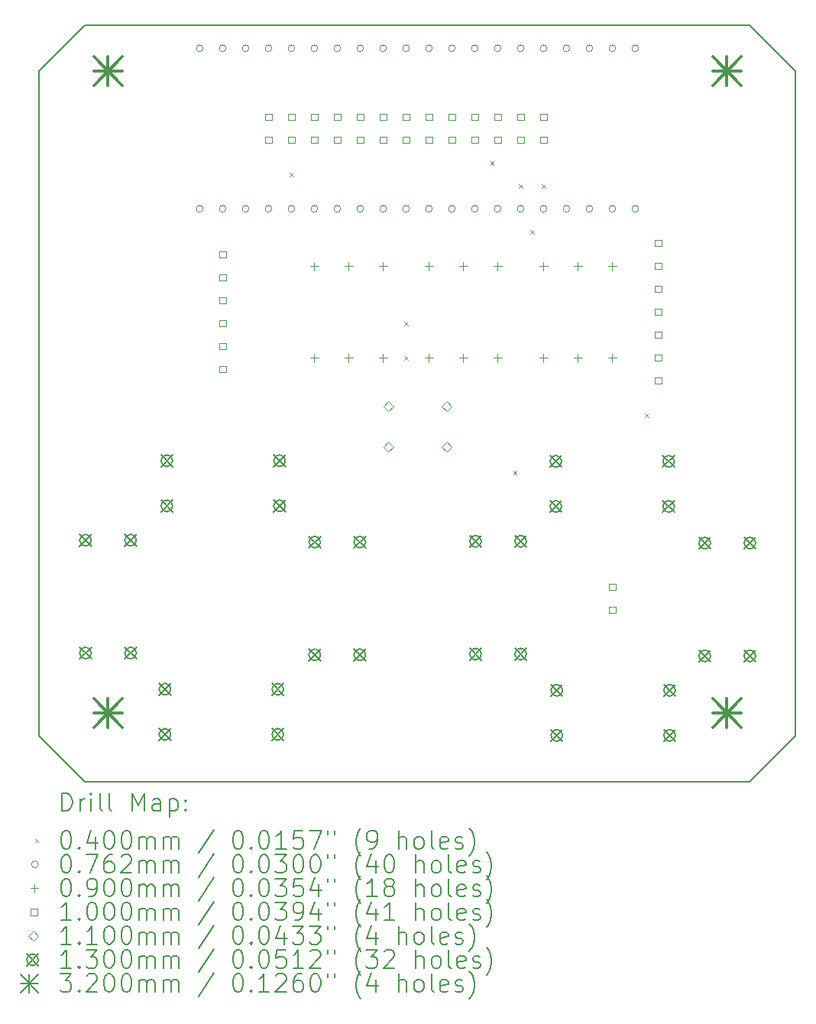
<source format=gbr>
%TF.GenerationSoftware,KiCad,Pcbnew,7.0.8*%
%TF.CreationDate,2023-10-15T22:57:15-07:00*%
%TF.ProjectId,HandheldInterface,48616e64-6865-46c6-9449-6e7465726661,rev?*%
%TF.SameCoordinates,Original*%
%TF.FileFunction,Drillmap*%
%TF.FilePolarity,Positive*%
%FSLAX45Y45*%
G04 Gerber Fmt 4.5, Leading zero omitted, Abs format (unit mm)*
G04 Created by KiCad (PCBNEW 7.0.8) date 2023-10-15 22:57:15*
%MOMM*%
%LPD*%
G01*
G04 APERTURE LIST*
%ADD10C,0.200000*%
%ADD11C,0.040000*%
%ADD12C,0.076200*%
%ADD13C,0.090000*%
%ADD14C,0.100000*%
%ADD15C,0.110000*%
%ADD16C,0.130000*%
%ADD17C,0.320000*%
G04 APERTURE END LIST*
D10*
X10160000Y-2032000D02*
X10160000Y-9398000D01*
X9652000Y-9906000D01*
X2286000Y-9906000D01*
X1778000Y-9398000D01*
X1778000Y-2032000D01*
X2286000Y-1524000D01*
X9652000Y-1524000D01*
X10160000Y-2032000D01*
D11*
X4552000Y-3155000D02*
X4592000Y-3195000D01*
X4592000Y-3155000D02*
X4552000Y-3195000D01*
X5822000Y-4806000D02*
X5862000Y-4846000D01*
X5862000Y-4806000D02*
X5822000Y-4846000D01*
X5822000Y-5187000D02*
X5862000Y-5227000D01*
X5862000Y-5187000D02*
X5822000Y-5227000D01*
X6774500Y-3028000D02*
X6814500Y-3068000D01*
X6814500Y-3028000D02*
X6774500Y-3068000D01*
X7028500Y-6457000D02*
X7068500Y-6497000D01*
X7068500Y-6457000D02*
X7028500Y-6497000D01*
X7092000Y-3282000D02*
X7132000Y-3322000D01*
X7132000Y-3282000D02*
X7092000Y-3322000D01*
X7219000Y-3790000D02*
X7259000Y-3830000D01*
X7259000Y-3790000D02*
X7219000Y-3830000D01*
X7346000Y-3282000D02*
X7386000Y-3322000D01*
X7386000Y-3282000D02*
X7346000Y-3322000D01*
X8489000Y-5822000D02*
X8529000Y-5862000D01*
X8529000Y-5822000D02*
X8489000Y-5862000D01*
D12*
X3594100Y-1778000D02*
G75*
G03*
X3594100Y-1778000I-38100J0D01*
G01*
X3594100Y-3556000D02*
G75*
G03*
X3594100Y-3556000I-38100J0D01*
G01*
X3848100Y-1778000D02*
G75*
G03*
X3848100Y-1778000I-38100J0D01*
G01*
X3848100Y-3556000D02*
G75*
G03*
X3848100Y-3556000I-38100J0D01*
G01*
X4102100Y-1778000D02*
G75*
G03*
X4102100Y-1778000I-38100J0D01*
G01*
X4102100Y-3556000D02*
G75*
G03*
X4102100Y-3556000I-38100J0D01*
G01*
X4356100Y-1778000D02*
G75*
G03*
X4356100Y-1778000I-38100J0D01*
G01*
X4356100Y-3556000D02*
G75*
G03*
X4356100Y-3556000I-38100J0D01*
G01*
X4610100Y-1778000D02*
G75*
G03*
X4610100Y-1778000I-38100J0D01*
G01*
X4610100Y-3556000D02*
G75*
G03*
X4610100Y-3556000I-38100J0D01*
G01*
X4864100Y-1778000D02*
G75*
G03*
X4864100Y-1778000I-38100J0D01*
G01*
X4864100Y-3556000D02*
G75*
G03*
X4864100Y-3556000I-38100J0D01*
G01*
X5118100Y-1778000D02*
G75*
G03*
X5118100Y-1778000I-38100J0D01*
G01*
X5118100Y-3556000D02*
G75*
G03*
X5118100Y-3556000I-38100J0D01*
G01*
X5372100Y-1778000D02*
G75*
G03*
X5372100Y-1778000I-38100J0D01*
G01*
X5372100Y-3556000D02*
G75*
G03*
X5372100Y-3556000I-38100J0D01*
G01*
X5626100Y-1778000D02*
G75*
G03*
X5626100Y-1778000I-38100J0D01*
G01*
X5626100Y-3556000D02*
G75*
G03*
X5626100Y-3556000I-38100J0D01*
G01*
X5880100Y-1778000D02*
G75*
G03*
X5880100Y-1778000I-38100J0D01*
G01*
X5880100Y-3556000D02*
G75*
G03*
X5880100Y-3556000I-38100J0D01*
G01*
X6134100Y-1778000D02*
G75*
G03*
X6134100Y-1778000I-38100J0D01*
G01*
X6134100Y-3556000D02*
G75*
G03*
X6134100Y-3556000I-38100J0D01*
G01*
X6388100Y-1778000D02*
G75*
G03*
X6388100Y-1778000I-38100J0D01*
G01*
X6388100Y-3556000D02*
G75*
G03*
X6388100Y-3556000I-38100J0D01*
G01*
X6642100Y-1778000D02*
G75*
G03*
X6642100Y-1778000I-38100J0D01*
G01*
X6642100Y-3556000D02*
G75*
G03*
X6642100Y-3556000I-38100J0D01*
G01*
X6896100Y-1778000D02*
G75*
G03*
X6896100Y-1778000I-38100J0D01*
G01*
X6896100Y-3556000D02*
G75*
G03*
X6896100Y-3556000I-38100J0D01*
G01*
X7150100Y-1778000D02*
G75*
G03*
X7150100Y-1778000I-38100J0D01*
G01*
X7150100Y-3556000D02*
G75*
G03*
X7150100Y-3556000I-38100J0D01*
G01*
X7404100Y-1778000D02*
G75*
G03*
X7404100Y-1778000I-38100J0D01*
G01*
X7404100Y-3556000D02*
G75*
G03*
X7404100Y-3556000I-38100J0D01*
G01*
X7658100Y-1778000D02*
G75*
G03*
X7658100Y-1778000I-38100J0D01*
G01*
X7658100Y-3556000D02*
G75*
G03*
X7658100Y-3556000I-38100J0D01*
G01*
X7912100Y-1778000D02*
G75*
G03*
X7912100Y-1778000I-38100J0D01*
G01*
X7912100Y-3556000D02*
G75*
G03*
X7912100Y-3556000I-38100J0D01*
G01*
X8166100Y-1778000D02*
G75*
G03*
X8166100Y-1778000I-38100J0D01*
G01*
X8166100Y-3556000D02*
G75*
G03*
X8166100Y-3556000I-38100J0D01*
G01*
X8420100Y-1778000D02*
G75*
G03*
X8420100Y-1778000I-38100J0D01*
G01*
X8420100Y-3556000D02*
G75*
G03*
X8420100Y-3556000I-38100J0D01*
G01*
D13*
X4826000Y-4146000D02*
X4826000Y-4236000D01*
X4781000Y-4191000D02*
X4871000Y-4191000D01*
X4826000Y-5162000D02*
X4826000Y-5252000D01*
X4781000Y-5207000D02*
X4871000Y-5207000D01*
X5207000Y-4146000D02*
X5207000Y-4236000D01*
X5162000Y-4191000D02*
X5252000Y-4191000D01*
X5207000Y-5162000D02*
X5207000Y-5252000D01*
X5162000Y-5207000D02*
X5252000Y-5207000D01*
X5588000Y-4146000D02*
X5588000Y-4236000D01*
X5543000Y-4191000D02*
X5633000Y-4191000D01*
X5588000Y-5162000D02*
X5588000Y-5252000D01*
X5543000Y-5207000D02*
X5633000Y-5207000D01*
X6096000Y-4146000D02*
X6096000Y-4236000D01*
X6051000Y-4191000D02*
X6141000Y-4191000D01*
X6096000Y-5162000D02*
X6096000Y-5252000D01*
X6051000Y-5207000D02*
X6141000Y-5207000D01*
X6477000Y-4146000D02*
X6477000Y-4236000D01*
X6432000Y-4191000D02*
X6522000Y-4191000D01*
X6477000Y-5162000D02*
X6477000Y-5252000D01*
X6432000Y-5207000D02*
X6522000Y-5207000D01*
X6858000Y-4146000D02*
X6858000Y-4236000D01*
X6813000Y-4191000D02*
X6903000Y-4191000D01*
X6858000Y-5162000D02*
X6858000Y-5252000D01*
X6813000Y-5207000D02*
X6903000Y-5207000D01*
X7366000Y-4146000D02*
X7366000Y-4236000D01*
X7321000Y-4191000D02*
X7411000Y-4191000D01*
X7366000Y-5162000D02*
X7366000Y-5252000D01*
X7321000Y-5207000D02*
X7411000Y-5207000D01*
X7747000Y-4146000D02*
X7747000Y-4236000D01*
X7702000Y-4191000D02*
X7792000Y-4191000D01*
X7747000Y-5162000D02*
X7747000Y-5252000D01*
X7702000Y-5207000D02*
X7792000Y-5207000D01*
X8128000Y-4146000D02*
X8128000Y-4236000D01*
X8083000Y-4191000D02*
X8173000Y-4191000D01*
X8128000Y-5162000D02*
X8128000Y-5252000D01*
X8083000Y-5207000D02*
X8173000Y-5207000D01*
D14*
X3845356Y-4099356D02*
X3845356Y-4028644D01*
X3774644Y-4028644D01*
X3774644Y-4099356D01*
X3845356Y-4099356D01*
X3845356Y-4353356D02*
X3845356Y-4282644D01*
X3774644Y-4282644D01*
X3774644Y-4353356D01*
X3845356Y-4353356D01*
X3845356Y-4607356D02*
X3845356Y-4536644D01*
X3774644Y-4536644D01*
X3774644Y-4607356D01*
X3845356Y-4607356D01*
X3845356Y-4861356D02*
X3845356Y-4790644D01*
X3774644Y-4790644D01*
X3774644Y-4861356D01*
X3845356Y-4861356D01*
X3845356Y-5115356D02*
X3845356Y-5044644D01*
X3774644Y-5044644D01*
X3774644Y-5115356D01*
X3845356Y-5115356D01*
X3845356Y-5369356D02*
X3845356Y-5298644D01*
X3774644Y-5298644D01*
X3774644Y-5369356D01*
X3845356Y-5369356D01*
X4353356Y-2575356D02*
X4353356Y-2504644D01*
X4282644Y-2504644D01*
X4282644Y-2575356D01*
X4353356Y-2575356D01*
X4353356Y-2829356D02*
X4353356Y-2758644D01*
X4282644Y-2758644D01*
X4282644Y-2829356D01*
X4353356Y-2829356D01*
X4607356Y-2575356D02*
X4607356Y-2504644D01*
X4536644Y-2504644D01*
X4536644Y-2575356D01*
X4607356Y-2575356D01*
X4607356Y-2829356D02*
X4607356Y-2758644D01*
X4536644Y-2758644D01*
X4536644Y-2829356D01*
X4607356Y-2829356D01*
X4861356Y-2575356D02*
X4861356Y-2504644D01*
X4790644Y-2504644D01*
X4790644Y-2575356D01*
X4861356Y-2575356D01*
X4861356Y-2829356D02*
X4861356Y-2758644D01*
X4790644Y-2758644D01*
X4790644Y-2829356D01*
X4861356Y-2829356D01*
X5115356Y-2575356D02*
X5115356Y-2504644D01*
X5044644Y-2504644D01*
X5044644Y-2575356D01*
X5115356Y-2575356D01*
X5115356Y-2829356D02*
X5115356Y-2758644D01*
X5044644Y-2758644D01*
X5044644Y-2829356D01*
X5115356Y-2829356D01*
X5369356Y-2575356D02*
X5369356Y-2504644D01*
X5298644Y-2504644D01*
X5298644Y-2575356D01*
X5369356Y-2575356D01*
X5369356Y-2829356D02*
X5369356Y-2758644D01*
X5298644Y-2758644D01*
X5298644Y-2829356D01*
X5369356Y-2829356D01*
X5623356Y-2575356D02*
X5623356Y-2504644D01*
X5552644Y-2504644D01*
X5552644Y-2575356D01*
X5623356Y-2575356D01*
X5623356Y-2829356D02*
X5623356Y-2758644D01*
X5552644Y-2758644D01*
X5552644Y-2829356D01*
X5623356Y-2829356D01*
X5877356Y-2575356D02*
X5877356Y-2504644D01*
X5806644Y-2504644D01*
X5806644Y-2575356D01*
X5877356Y-2575356D01*
X5877356Y-2829356D02*
X5877356Y-2758644D01*
X5806644Y-2758644D01*
X5806644Y-2829356D01*
X5877356Y-2829356D01*
X6131356Y-2575356D02*
X6131356Y-2504644D01*
X6060644Y-2504644D01*
X6060644Y-2575356D01*
X6131356Y-2575356D01*
X6131356Y-2829356D02*
X6131356Y-2758644D01*
X6060644Y-2758644D01*
X6060644Y-2829356D01*
X6131356Y-2829356D01*
X6385356Y-2575356D02*
X6385356Y-2504644D01*
X6314644Y-2504644D01*
X6314644Y-2575356D01*
X6385356Y-2575356D01*
X6385356Y-2829356D02*
X6385356Y-2758644D01*
X6314644Y-2758644D01*
X6314644Y-2829356D01*
X6385356Y-2829356D01*
X6639356Y-2575356D02*
X6639356Y-2504644D01*
X6568644Y-2504644D01*
X6568644Y-2575356D01*
X6639356Y-2575356D01*
X6639356Y-2829356D02*
X6639356Y-2758644D01*
X6568644Y-2758644D01*
X6568644Y-2829356D01*
X6639356Y-2829356D01*
X6893356Y-2575356D02*
X6893356Y-2504644D01*
X6822644Y-2504644D01*
X6822644Y-2575356D01*
X6893356Y-2575356D01*
X6893356Y-2829356D02*
X6893356Y-2758644D01*
X6822644Y-2758644D01*
X6822644Y-2829356D01*
X6893356Y-2829356D01*
X7147356Y-2575356D02*
X7147356Y-2504644D01*
X7076644Y-2504644D01*
X7076644Y-2575356D01*
X7147356Y-2575356D01*
X7147356Y-2829356D02*
X7147356Y-2758644D01*
X7076644Y-2758644D01*
X7076644Y-2829356D01*
X7147356Y-2829356D01*
X7401356Y-2575356D02*
X7401356Y-2504644D01*
X7330644Y-2504644D01*
X7330644Y-2575356D01*
X7401356Y-2575356D01*
X7401356Y-2829356D02*
X7401356Y-2758644D01*
X7330644Y-2758644D01*
X7330644Y-2829356D01*
X7401356Y-2829356D01*
X8163356Y-7782356D02*
X8163356Y-7711644D01*
X8092644Y-7711644D01*
X8092644Y-7782356D01*
X8163356Y-7782356D01*
X8163356Y-8036356D02*
X8163356Y-7965644D01*
X8092644Y-7965644D01*
X8092644Y-8036356D01*
X8163356Y-8036356D01*
X8671356Y-3972356D02*
X8671356Y-3901644D01*
X8600644Y-3901644D01*
X8600644Y-3972356D01*
X8671356Y-3972356D01*
X8671356Y-4226356D02*
X8671356Y-4155644D01*
X8600644Y-4155644D01*
X8600644Y-4226356D01*
X8671356Y-4226356D01*
X8671356Y-4480356D02*
X8671356Y-4409644D01*
X8600644Y-4409644D01*
X8600644Y-4480356D01*
X8671356Y-4480356D01*
X8671356Y-4734356D02*
X8671356Y-4663644D01*
X8600644Y-4663644D01*
X8600644Y-4734356D01*
X8671356Y-4734356D01*
X8671356Y-4988356D02*
X8671356Y-4917644D01*
X8600644Y-4917644D01*
X8600644Y-4988356D01*
X8671356Y-4988356D01*
X8671356Y-5242356D02*
X8671356Y-5171644D01*
X8600644Y-5171644D01*
X8600644Y-5242356D01*
X8671356Y-5242356D01*
X8671356Y-5496356D02*
X8671356Y-5425644D01*
X8600644Y-5425644D01*
X8600644Y-5496356D01*
X8671356Y-5496356D01*
D15*
X5644000Y-5799000D02*
X5699000Y-5744000D01*
X5644000Y-5689000D01*
X5589000Y-5744000D01*
X5644000Y-5799000D01*
X5644000Y-6249000D02*
X5699000Y-6194000D01*
X5644000Y-6139000D01*
X5589000Y-6194000D01*
X5644000Y-6249000D01*
X6294000Y-5799000D02*
X6349000Y-5744000D01*
X6294000Y-5689000D01*
X6239000Y-5744000D01*
X6294000Y-5799000D01*
X6294000Y-6249000D02*
X6349000Y-6194000D01*
X6294000Y-6139000D01*
X6239000Y-6194000D01*
X6294000Y-6249000D01*
D16*
X2225000Y-7163000D02*
X2355000Y-7293000D01*
X2355000Y-7163000D02*
X2225000Y-7293000D01*
X2355000Y-7228000D02*
G75*
G03*
X2355000Y-7228000I-65000J0D01*
G01*
X2225000Y-8413000D02*
X2355000Y-8543000D01*
X2355000Y-8413000D02*
X2225000Y-8543000D01*
X2355000Y-8478000D02*
G75*
G03*
X2355000Y-8478000I-65000J0D01*
G01*
X2725000Y-7163000D02*
X2855000Y-7293000D01*
X2855000Y-7163000D02*
X2725000Y-7293000D01*
X2855000Y-7228000D02*
G75*
G03*
X2855000Y-7228000I-65000J0D01*
G01*
X2725000Y-8413000D02*
X2855000Y-8543000D01*
X2855000Y-8413000D02*
X2725000Y-8543000D01*
X2855000Y-8478000D02*
G75*
G03*
X2855000Y-8478000I-65000J0D01*
G01*
X3106000Y-8814000D02*
X3236000Y-8944000D01*
X3236000Y-8814000D02*
X3106000Y-8944000D01*
X3236000Y-8879000D02*
G75*
G03*
X3236000Y-8879000I-65000J0D01*
G01*
X3106000Y-9314000D02*
X3236000Y-9444000D01*
X3236000Y-9314000D02*
X3106000Y-9444000D01*
X3236000Y-9379000D02*
G75*
G03*
X3236000Y-9379000I-65000J0D01*
G01*
X3126000Y-6282000D02*
X3256000Y-6412000D01*
X3256000Y-6282000D02*
X3126000Y-6412000D01*
X3256000Y-6347000D02*
G75*
G03*
X3256000Y-6347000I-65000J0D01*
G01*
X3126000Y-6782000D02*
X3256000Y-6912000D01*
X3256000Y-6782000D02*
X3126000Y-6912000D01*
X3256000Y-6847000D02*
G75*
G03*
X3256000Y-6847000I-65000J0D01*
G01*
X4356000Y-8814000D02*
X4486000Y-8944000D01*
X4486000Y-8814000D02*
X4356000Y-8944000D01*
X4486000Y-8879000D02*
G75*
G03*
X4486000Y-8879000I-65000J0D01*
G01*
X4356000Y-9314000D02*
X4486000Y-9444000D01*
X4486000Y-9314000D02*
X4356000Y-9444000D01*
X4486000Y-9379000D02*
G75*
G03*
X4486000Y-9379000I-65000J0D01*
G01*
X4376000Y-6282000D02*
X4506000Y-6412000D01*
X4506000Y-6282000D02*
X4376000Y-6412000D01*
X4506000Y-6347000D02*
G75*
G03*
X4506000Y-6347000I-65000J0D01*
G01*
X4376000Y-6782000D02*
X4506000Y-6912000D01*
X4506000Y-6782000D02*
X4376000Y-6912000D01*
X4506000Y-6847000D02*
G75*
G03*
X4506000Y-6847000I-65000J0D01*
G01*
X4765000Y-7183000D02*
X4895000Y-7313000D01*
X4895000Y-7183000D02*
X4765000Y-7313000D01*
X4895000Y-7248000D02*
G75*
G03*
X4895000Y-7248000I-65000J0D01*
G01*
X4765000Y-8433000D02*
X4895000Y-8563000D01*
X4895000Y-8433000D02*
X4765000Y-8563000D01*
X4895000Y-8498000D02*
G75*
G03*
X4895000Y-8498000I-65000J0D01*
G01*
X5265000Y-7183000D02*
X5395000Y-7313000D01*
X5395000Y-7183000D02*
X5265000Y-7313000D01*
X5395000Y-7248000D02*
G75*
G03*
X5395000Y-7248000I-65000J0D01*
G01*
X5265000Y-8433000D02*
X5395000Y-8563000D01*
X5395000Y-8433000D02*
X5265000Y-8563000D01*
X5395000Y-8498000D02*
G75*
G03*
X5395000Y-8498000I-65000J0D01*
G01*
X6547000Y-7174000D02*
X6677000Y-7304000D01*
X6677000Y-7174000D02*
X6547000Y-7304000D01*
X6677000Y-7239000D02*
G75*
G03*
X6677000Y-7239000I-65000J0D01*
G01*
X6547000Y-8424000D02*
X6677000Y-8554000D01*
X6677000Y-8424000D02*
X6547000Y-8554000D01*
X6677000Y-8489000D02*
G75*
G03*
X6677000Y-8489000I-65000J0D01*
G01*
X7047000Y-7174000D02*
X7177000Y-7304000D01*
X7177000Y-7174000D02*
X7047000Y-7304000D01*
X7177000Y-7239000D02*
G75*
G03*
X7177000Y-7239000I-65000J0D01*
G01*
X7047000Y-8424000D02*
X7177000Y-8554000D01*
X7177000Y-8424000D02*
X7047000Y-8554000D01*
X7177000Y-8489000D02*
G75*
G03*
X7177000Y-8489000I-65000J0D01*
G01*
X7437000Y-6289000D02*
X7567000Y-6419000D01*
X7567000Y-6289000D02*
X7437000Y-6419000D01*
X7567000Y-6354000D02*
G75*
G03*
X7567000Y-6354000I-65000J0D01*
G01*
X7437000Y-6789000D02*
X7567000Y-6919000D01*
X7567000Y-6789000D02*
X7437000Y-6919000D01*
X7567000Y-6854000D02*
G75*
G03*
X7567000Y-6854000I-65000J0D01*
G01*
X7448000Y-8825000D02*
X7578000Y-8955000D01*
X7578000Y-8825000D02*
X7448000Y-8955000D01*
X7578000Y-8890000D02*
G75*
G03*
X7578000Y-8890000I-65000J0D01*
G01*
X7448000Y-9325000D02*
X7578000Y-9455000D01*
X7578000Y-9325000D02*
X7448000Y-9455000D01*
X7578000Y-9390000D02*
G75*
G03*
X7578000Y-9390000I-65000J0D01*
G01*
X8687000Y-6289000D02*
X8817000Y-6419000D01*
X8817000Y-6289000D02*
X8687000Y-6419000D01*
X8817000Y-6354000D02*
G75*
G03*
X8817000Y-6354000I-65000J0D01*
G01*
X8687000Y-6789000D02*
X8817000Y-6919000D01*
X8817000Y-6789000D02*
X8687000Y-6919000D01*
X8817000Y-6854000D02*
G75*
G03*
X8817000Y-6854000I-65000J0D01*
G01*
X8698000Y-8825000D02*
X8828000Y-8955000D01*
X8828000Y-8825000D02*
X8698000Y-8955000D01*
X8828000Y-8890000D02*
G75*
G03*
X8828000Y-8890000I-65000J0D01*
G01*
X8698000Y-9325000D02*
X8828000Y-9455000D01*
X8828000Y-9325000D02*
X8698000Y-9455000D01*
X8828000Y-9390000D02*
G75*
G03*
X8828000Y-9390000I-65000J0D01*
G01*
X9087000Y-7194000D02*
X9217000Y-7324000D01*
X9217000Y-7194000D02*
X9087000Y-7324000D01*
X9217000Y-7259000D02*
G75*
G03*
X9217000Y-7259000I-65000J0D01*
G01*
X9087000Y-8444000D02*
X9217000Y-8574000D01*
X9217000Y-8444000D02*
X9087000Y-8574000D01*
X9217000Y-8509000D02*
G75*
G03*
X9217000Y-8509000I-65000J0D01*
G01*
X9587000Y-7194000D02*
X9717000Y-7324000D01*
X9717000Y-7194000D02*
X9587000Y-7324000D01*
X9717000Y-7259000D02*
G75*
G03*
X9717000Y-7259000I-65000J0D01*
G01*
X9587000Y-8444000D02*
X9717000Y-8574000D01*
X9717000Y-8444000D02*
X9587000Y-8574000D01*
X9717000Y-8509000D02*
G75*
G03*
X9717000Y-8509000I-65000J0D01*
G01*
D17*
X2380000Y-1872000D02*
X2700000Y-2192000D01*
X2700000Y-1872000D02*
X2380000Y-2192000D01*
X2540000Y-1872000D02*
X2540000Y-2192000D01*
X2380000Y-2032000D02*
X2700000Y-2032000D01*
X2380000Y-8984000D02*
X2700000Y-9304000D01*
X2700000Y-8984000D02*
X2380000Y-9304000D01*
X2540000Y-8984000D02*
X2540000Y-9304000D01*
X2380000Y-9144000D02*
X2700000Y-9144000D01*
X9238000Y-1872000D02*
X9558000Y-2192000D01*
X9558000Y-1872000D02*
X9238000Y-2192000D01*
X9398000Y-1872000D02*
X9398000Y-2192000D01*
X9238000Y-2032000D02*
X9558000Y-2032000D01*
X9238000Y-8984000D02*
X9558000Y-9304000D01*
X9558000Y-8984000D02*
X9238000Y-9304000D01*
X9398000Y-8984000D02*
X9398000Y-9304000D01*
X9238000Y-9144000D02*
X9558000Y-9144000D01*
D10*
X2028777Y-10227484D02*
X2028777Y-10027484D01*
X2028777Y-10027484D02*
X2076396Y-10027484D01*
X2076396Y-10027484D02*
X2104967Y-10037008D01*
X2104967Y-10037008D02*
X2124015Y-10056055D01*
X2124015Y-10056055D02*
X2133539Y-10075103D01*
X2133539Y-10075103D02*
X2143063Y-10113198D01*
X2143063Y-10113198D02*
X2143063Y-10141770D01*
X2143063Y-10141770D02*
X2133539Y-10179865D01*
X2133539Y-10179865D02*
X2124015Y-10198912D01*
X2124015Y-10198912D02*
X2104967Y-10217960D01*
X2104967Y-10217960D02*
X2076396Y-10227484D01*
X2076396Y-10227484D02*
X2028777Y-10227484D01*
X2228777Y-10227484D02*
X2228777Y-10094150D01*
X2228777Y-10132246D02*
X2238301Y-10113198D01*
X2238301Y-10113198D02*
X2247824Y-10103674D01*
X2247824Y-10103674D02*
X2266872Y-10094150D01*
X2266872Y-10094150D02*
X2285920Y-10094150D01*
X2352586Y-10227484D02*
X2352586Y-10094150D01*
X2352586Y-10027484D02*
X2343063Y-10037008D01*
X2343063Y-10037008D02*
X2352586Y-10046531D01*
X2352586Y-10046531D02*
X2362110Y-10037008D01*
X2362110Y-10037008D02*
X2352586Y-10027484D01*
X2352586Y-10027484D02*
X2352586Y-10046531D01*
X2476396Y-10227484D02*
X2457348Y-10217960D01*
X2457348Y-10217960D02*
X2447824Y-10198912D01*
X2447824Y-10198912D02*
X2447824Y-10027484D01*
X2581158Y-10227484D02*
X2562110Y-10217960D01*
X2562110Y-10217960D02*
X2552586Y-10198912D01*
X2552586Y-10198912D02*
X2552586Y-10027484D01*
X2809729Y-10227484D02*
X2809729Y-10027484D01*
X2809729Y-10027484D02*
X2876396Y-10170341D01*
X2876396Y-10170341D02*
X2943062Y-10027484D01*
X2943062Y-10027484D02*
X2943062Y-10227484D01*
X3124015Y-10227484D02*
X3124015Y-10122722D01*
X3124015Y-10122722D02*
X3114491Y-10103674D01*
X3114491Y-10103674D02*
X3095443Y-10094150D01*
X3095443Y-10094150D02*
X3057348Y-10094150D01*
X3057348Y-10094150D02*
X3038301Y-10103674D01*
X3124015Y-10217960D02*
X3104967Y-10227484D01*
X3104967Y-10227484D02*
X3057348Y-10227484D01*
X3057348Y-10227484D02*
X3038301Y-10217960D01*
X3038301Y-10217960D02*
X3028777Y-10198912D01*
X3028777Y-10198912D02*
X3028777Y-10179865D01*
X3028777Y-10179865D02*
X3038301Y-10160817D01*
X3038301Y-10160817D02*
X3057348Y-10151293D01*
X3057348Y-10151293D02*
X3104967Y-10151293D01*
X3104967Y-10151293D02*
X3124015Y-10141770D01*
X3219253Y-10094150D02*
X3219253Y-10294150D01*
X3219253Y-10103674D02*
X3238301Y-10094150D01*
X3238301Y-10094150D02*
X3276396Y-10094150D01*
X3276396Y-10094150D02*
X3295443Y-10103674D01*
X3295443Y-10103674D02*
X3304967Y-10113198D01*
X3304967Y-10113198D02*
X3314491Y-10132246D01*
X3314491Y-10132246D02*
X3314491Y-10189389D01*
X3314491Y-10189389D02*
X3304967Y-10208436D01*
X3304967Y-10208436D02*
X3295443Y-10217960D01*
X3295443Y-10217960D02*
X3276396Y-10227484D01*
X3276396Y-10227484D02*
X3238301Y-10227484D01*
X3238301Y-10227484D02*
X3219253Y-10217960D01*
X3400205Y-10208436D02*
X3409729Y-10217960D01*
X3409729Y-10217960D02*
X3400205Y-10227484D01*
X3400205Y-10227484D02*
X3390682Y-10217960D01*
X3390682Y-10217960D02*
X3400205Y-10208436D01*
X3400205Y-10208436D02*
X3400205Y-10227484D01*
X3400205Y-10103674D02*
X3409729Y-10113198D01*
X3409729Y-10113198D02*
X3400205Y-10122722D01*
X3400205Y-10122722D02*
X3390682Y-10113198D01*
X3390682Y-10113198D02*
X3400205Y-10103674D01*
X3400205Y-10103674D02*
X3400205Y-10122722D01*
D11*
X1728000Y-10536000D02*
X1768000Y-10576000D01*
X1768000Y-10536000D02*
X1728000Y-10576000D01*
D10*
X2066872Y-10447484D02*
X2085920Y-10447484D01*
X2085920Y-10447484D02*
X2104967Y-10457008D01*
X2104967Y-10457008D02*
X2114491Y-10466531D01*
X2114491Y-10466531D02*
X2124015Y-10485579D01*
X2124015Y-10485579D02*
X2133539Y-10523674D01*
X2133539Y-10523674D02*
X2133539Y-10571293D01*
X2133539Y-10571293D02*
X2124015Y-10609389D01*
X2124015Y-10609389D02*
X2114491Y-10628436D01*
X2114491Y-10628436D02*
X2104967Y-10637960D01*
X2104967Y-10637960D02*
X2085920Y-10647484D01*
X2085920Y-10647484D02*
X2066872Y-10647484D01*
X2066872Y-10647484D02*
X2047824Y-10637960D01*
X2047824Y-10637960D02*
X2038301Y-10628436D01*
X2038301Y-10628436D02*
X2028777Y-10609389D01*
X2028777Y-10609389D02*
X2019253Y-10571293D01*
X2019253Y-10571293D02*
X2019253Y-10523674D01*
X2019253Y-10523674D02*
X2028777Y-10485579D01*
X2028777Y-10485579D02*
X2038301Y-10466531D01*
X2038301Y-10466531D02*
X2047824Y-10457008D01*
X2047824Y-10457008D02*
X2066872Y-10447484D01*
X2219253Y-10628436D02*
X2228777Y-10637960D01*
X2228777Y-10637960D02*
X2219253Y-10647484D01*
X2219253Y-10647484D02*
X2209729Y-10637960D01*
X2209729Y-10637960D02*
X2219253Y-10628436D01*
X2219253Y-10628436D02*
X2219253Y-10647484D01*
X2400205Y-10514150D02*
X2400205Y-10647484D01*
X2352586Y-10437960D02*
X2304967Y-10580817D01*
X2304967Y-10580817D02*
X2428777Y-10580817D01*
X2543063Y-10447484D02*
X2562110Y-10447484D01*
X2562110Y-10447484D02*
X2581158Y-10457008D01*
X2581158Y-10457008D02*
X2590682Y-10466531D01*
X2590682Y-10466531D02*
X2600205Y-10485579D01*
X2600205Y-10485579D02*
X2609729Y-10523674D01*
X2609729Y-10523674D02*
X2609729Y-10571293D01*
X2609729Y-10571293D02*
X2600205Y-10609389D01*
X2600205Y-10609389D02*
X2590682Y-10628436D01*
X2590682Y-10628436D02*
X2581158Y-10637960D01*
X2581158Y-10637960D02*
X2562110Y-10647484D01*
X2562110Y-10647484D02*
X2543063Y-10647484D01*
X2543063Y-10647484D02*
X2524015Y-10637960D01*
X2524015Y-10637960D02*
X2514491Y-10628436D01*
X2514491Y-10628436D02*
X2504967Y-10609389D01*
X2504967Y-10609389D02*
X2495444Y-10571293D01*
X2495444Y-10571293D02*
X2495444Y-10523674D01*
X2495444Y-10523674D02*
X2504967Y-10485579D01*
X2504967Y-10485579D02*
X2514491Y-10466531D01*
X2514491Y-10466531D02*
X2524015Y-10457008D01*
X2524015Y-10457008D02*
X2543063Y-10447484D01*
X2733539Y-10447484D02*
X2752586Y-10447484D01*
X2752586Y-10447484D02*
X2771634Y-10457008D01*
X2771634Y-10457008D02*
X2781158Y-10466531D01*
X2781158Y-10466531D02*
X2790682Y-10485579D01*
X2790682Y-10485579D02*
X2800205Y-10523674D01*
X2800205Y-10523674D02*
X2800205Y-10571293D01*
X2800205Y-10571293D02*
X2790682Y-10609389D01*
X2790682Y-10609389D02*
X2781158Y-10628436D01*
X2781158Y-10628436D02*
X2771634Y-10637960D01*
X2771634Y-10637960D02*
X2752586Y-10647484D01*
X2752586Y-10647484D02*
X2733539Y-10647484D01*
X2733539Y-10647484D02*
X2714491Y-10637960D01*
X2714491Y-10637960D02*
X2704967Y-10628436D01*
X2704967Y-10628436D02*
X2695444Y-10609389D01*
X2695444Y-10609389D02*
X2685920Y-10571293D01*
X2685920Y-10571293D02*
X2685920Y-10523674D01*
X2685920Y-10523674D02*
X2695444Y-10485579D01*
X2695444Y-10485579D02*
X2704967Y-10466531D01*
X2704967Y-10466531D02*
X2714491Y-10457008D01*
X2714491Y-10457008D02*
X2733539Y-10447484D01*
X2885920Y-10647484D02*
X2885920Y-10514150D01*
X2885920Y-10533198D02*
X2895443Y-10523674D01*
X2895443Y-10523674D02*
X2914491Y-10514150D01*
X2914491Y-10514150D02*
X2943063Y-10514150D01*
X2943063Y-10514150D02*
X2962110Y-10523674D01*
X2962110Y-10523674D02*
X2971634Y-10542722D01*
X2971634Y-10542722D02*
X2971634Y-10647484D01*
X2971634Y-10542722D02*
X2981158Y-10523674D01*
X2981158Y-10523674D02*
X3000205Y-10514150D01*
X3000205Y-10514150D02*
X3028777Y-10514150D01*
X3028777Y-10514150D02*
X3047824Y-10523674D01*
X3047824Y-10523674D02*
X3057348Y-10542722D01*
X3057348Y-10542722D02*
X3057348Y-10647484D01*
X3152586Y-10647484D02*
X3152586Y-10514150D01*
X3152586Y-10533198D02*
X3162110Y-10523674D01*
X3162110Y-10523674D02*
X3181158Y-10514150D01*
X3181158Y-10514150D02*
X3209729Y-10514150D01*
X3209729Y-10514150D02*
X3228777Y-10523674D01*
X3228777Y-10523674D02*
X3238301Y-10542722D01*
X3238301Y-10542722D02*
X3238301Y-10647484D01*
X3238301Y-10542722D02*
X3247824Y-10523674D01*
X3247824Y-10523674D02*
X3266872Y-10514150D01*
X3266872Y-10514150D02*
X3295443Y-10514150D01*
X3295443Y-10514150D02*
X3314491Y-10523674D01*
X3314491Y-10523674D02*
X3324015Y-10542722D01*
X3324015Y-10542722D02*
X3324015Y-10647484D01*
X3714491Y-10437960D02*
X3543063Y-10695103D01*
X3971634Y-10447484D02*
X3990682Y-10447484D01*
X3990682Y-10447484D02*
X4009729Y-10457008D01*
X4009729Y-10457008D02*
X4019253Y-10466531D01*
X4019253Y-10466531D02*
X4028777Y-10485579D01*
X4028777Y-10485579D02*
X4038301Y-10523674D01*
X4038301Y-10523674D02*
X4038301Y-10571293D01*
X4038301Y-10571293D02*
X4028777Y-10609389D01*
X4028777Y-10609389D02*
X4019253Y-10628436D01*
X4019253Y-10628436D02*
X4009729Y-10637960D01*
X4009729Y-10637960D02*
X3990682Y-10647484D01*
X3990682Y-10647484D02*
X3971634Y-10647484D01*
X3971634Y-10647484D02*
X3952586Y-10637960D01*
X3952586Y-10637960D02*
X3943063Y-10628436D01*
X3943063Y-10628436D02*
X3933539Y-10609389D01*
X3933539Y-10609389D02*
X3924015Y-10571293D01*
X3924015Y-10571293D02*
X3924015Y-10523674D01*
X3924015Y-10523674D02*
X3933539Y-10485579D01*
X3933539Y-10485579D02*
X3943063Y-10466531D01*
X3943063Y-10466531D02*
X3952586Y-10457008D01*
X3952586Y-10457008D02*
X3971634Y-10447484D01*
X4124015Y-10628436D02*
X4133539Y-10637960D01*
X4133539Y-10637960D02*
X4124015Y-10647484D01*
X4124015Y-10647484D02*
X4114491Y-10637960D01*
X4114491Y-10637960D02*
X4124015Y-10628436D01*
X4124015Y-10628436D02*
X4124015Y-10647484D01*
X4257348Y-10447484D02*
X4276396Y-10447484D01*
X4276396Y-10447484D02*
X4295444Y-10457008D01*
X4295444Y-10457008D02*
X4304968Y-10466531D01*
X4304968Y-10466531D02*
X4314491Y-10485579D01*
X4314491Y-10485579D02*
X4324015Y-10523674D01*
X4324015Y-10523674D02*
X4324015Y-10571293D01*
X4324015Y-10571293D02*
X4314491Y-10609389D01*
X4314491Y-10609389D02*
X4304968Y-10628436D01*
X4304968Y-10628436D02*
X4295444Y-10637960D01*
X4295444Y-10637960D02*
X4276396Y-10647484D01*
X4276396Y-10647484D02*
X4257348Y-10647484D01*
X4257348Y-10647484D02*
X4238301Y-10637960D01*
X4238301Y-10637960D02*
X4228777Y-10628436D01*
X4228777Y-10628436D02*
X4219253Y-10609389D01*
X4219253Y-10609389D02*
X4209729Y-10571293D01*
X4209729Y-10571293D02*
X4209729Y-10523674D01*
X4209729Y-10523674D02*
X4219253Y-10485579D01*
X4219253Y-10485579D02*
X4228777Y-10466531D01*
X4228777Y-10466531D02*
X4238301Y-10457008D01*
X4238301Y-10457008D02*
X4257348Y-10447484D01*
X4514491Y-10647484D02*
X4400206Y-10647484D01*
X4457348Y-10647484D02*
X4457348Y-10447484D01*
X4457348Y-10447484D02*
X4438301Y-10476055D01*
X4438301Y-10476055D02*
X4419253Y-10495103D01*
X4419253Y-10495103D02*
X4400206Y-10504627D01*
X4695444Y-10447484D02*
X4600206Y-10447484D01*
X4600206Y-10447484D02*
X4590682Y-10542722D01*
X4590682Y-10542722D02*
X4600206Y-10533198D01*
X4600206Y-10533198D02*
X4619253Y-10523674D01*
X4619253Y-10523674D02*
X4666872Y-10523674D01*
X4666872Y-10523674D02*
X4685920Y-10533198D01*
X4685920Y-10533198D02*
X4695444Y-10542722D01*
X4695444Y-10542722D02*
X4704968Y-10561770D01*
X4704968Y-10561770D02*
X4704968Y-10609389D01*
X4704968Y-10609389D02*
X4695444Y-10628436D01*
X4695444Y-10628436D02*
X4685920Y-10637960D01*
X4685920Y-10637960D02*
X4666872Y-10647484D01*
X4666872Y-10647484D02*
X4619253Y-10647484D01*
X4619253Y-10647484D02*
X4600206Y-10637960D01*
X4600206Y-10637960D02*
X4590682Y-10628436D01*
X4771634Y-10447484D02*
X4904968Y-10447484D01*
X4904968Y-10447484D02*
X4819253Y-10647484D01*
X4971634Y-10447484D02*
X4971634Y-10485579D01*
X5047825Y-10447484D02*
X5047825Y-10485579D01*
X5343063Y-10723674D02*
X5333539Y-10714150D01*
X5333539Y-10714150D02*
X5314491Y-10685579D01*
X5314491Y-10685579D02*
X5304968Y-10666531D01*
X5304968Y-10666531D02*
X5295444Y-10637960D01*
X5295444Y-10637960D02*
X5285920Y-10590341D01*
X5285920Y-10590341D02*
X5285920Y-10552246D01*
X5285920Y-10552246D02*
X5295444Y-10504627D01*
X5295444Y-10504627D02*
X5304968Y-10476055D01*
X5304968Y-10476055D02*
X5314491Y-10457008D01*
X5314491Y-10457008D02*
X5333539Y-10428436D01*
X5333539Y-10428436D02*
X5343063Y-10418912D01*
X5428777Y-10647484D02*
X5466872Y-10647484D01*
X5466872Y-10647484D02*
X5485920Y-10637960D01*
X5485920Y-10637960D02*
X5495444Y-10628436D01*
X5495444Y-10628436D02*
X5514491Y-10599865D01*
X5514491Y-10599865D02*
X5524015Y-10561770D01*
X5524015Y-10561770D02*
X5524015Y-10485579D01*
X5524015Y-10485579D02*
X5514491Y-10466531D01*
X5514491Y-10466531D02*
X5504968Y-10457008D01*
X5504968Y-10457008D02*
X5485920Y-10447484D01*
X5485920Y-10447484D02*
X5447825Y-10447484D01*
X5447825Y-10447484D02*
X5428777Y-10457008D01*
X5428777Y-10457008D02*
X5419253Y-10466531D01*
X5419253Y-10466531D02*
X5409730Y-10485579D01*
X5409730Y-10485579D02*
X5409730Y-10533198D01*
X5409730Y-10533198D02*
X5419253Y-10552246D01*
X5419253Y-10552246D02*
X5428777Y-10561770D01*
X5428777Y-10561770D02*
X5447825Y-10571293D01*
X5447825Y-10571293D02*
X5485920Y-10571293D01*
X5485920Y-10571293D02*
X5504968Y-10561770D01*
X5504968Y-10561770D02*
X5514491Y-10552246D01*
X5514491Y-10552246D02*
X5524015Y-10533198D01*
X5762110Y-10647484D02*
X5762110Y-10447484D01*
X5847825Y-10647484D02*
X5847825Y-10542722D01*
X5847825Y-10542722D02*
X5838301Y-10523674D01*
X5838301Y-10523674D02*
X5819253Y-10514150D01*
X5819253Y-10514150D02*
X5790682Y-10514150D01*
X5790682Y-10514150D02*
X5771634Y-10523674D01*
X5771634Y-10523674D02*
X5762110Y-10533198D01*
X5971634Y-10647484D02*
X5952587Y-10637960D01*
X5952587Y-10637960D02*
X5943063Y-10628436D01*
X5943063Y-10628436D02*
X5933539Y-10609389D01*
X5933539Y-10609389D02*
X5933539Y-10552246D01*
X5933539Y-10552246D02*
X5943063Y-10533198D01*
X5943063Y-10533198D02*
X5952587Y-10523674D01*
X5952587Y-10523674D02*
X5971634Y-10514150D01*
X5971634Y-10514150D02*
X6000206Y-10514150D01*
X6000206Y-10514150D02*
X6019253Y-10523674D01*
X6019253Y-10523674D02*
X6028777Y-10533198D01*
X6028777Y-10533198D02*
X6038301Y-10552246D01*
X6038301Y-10552246D02*
X6038301Y-10609389D01*
X6038301Y-10609389D02*
X6028777Y-10628436D01*
X6028777Y-10628436D02*
X6019253Y-10637960D01*
X6019253Y-10637960D02*
X6000206Y-10647484D01*
X6000206Y-10647484D02*
X5971634Y-10647484D01*
X6152587Y-10647484D02*
X6133539Y-10637960D01*
X6133539Y-10637960D02*
X6124015Y-10618912D01*
X6124015Y-10618912D02*
X6124015Y-10447484D01*
X6304968Y-10637960D02*
X6285920Y-10647484D01*
X6285920Y-10647484D02*
X6247825Y-10647484D01*
X6247825Y-10647484D02*
X6228777Y-10637960D01*
X6228777Y-10637960D02*
X6219253Y-10618912D01*
X6219253Y-10618912D02*
X6219253Y-10542722D01*
X6219253Y-10542722D02*
X6228777Y-10523674D01*
X6228777Y-10523674D02*
X6247825Y-10514150D01*
X6247825Y-10514150D02*
X6285920Y-10514150D01*
X6285920Y-10514150D02*
X6304968Y-10523674D01*
X6304968Y-10523674D02*
X6314491Y-10542722D01*
X6314491Y-10542722D02*
X6314491Y-10561770D01*
X6314491Y-10561770D02*
X6219253Y-10580817D01*
X6390682Y-10637960D02*
X6409730Y-10647484D01*
X6409730Y-10647484D02*
X6447825Y-10647484D01*
X6447825Y-10647484D02*
X6466872Y-10637960D01*
X6466872Y-10637960D02*
X6476396Y-10618912D01*
X6476396Y-10618912D02*
X6476396Y-10609389D01*
X6476396Y-10609389D02*
X6466872Y-10590341D01*
X6466872Y-10590341D02*
X6447825Y-10580817D01*
X6447825Y-10580817D02*
X6419253Y-10580817D01*
X6419253Y-10580817D02*
X6400206Y-10571293D01*
X6400206Y-10571293D02*
X6390682Y-10552246D01*
X6390682Y-10552246D02*
X6390682Y-10542722D01*
X6390682Y-10542722D02*
X6400206Y-10523674D01*
X6400206Y-10523674D02*
X6419253Y-10514150D01*
X6419253Y-10514150D02*
X6447825Y-10514150D01*
X6447825Y-10514150D02*
X6466872Y-10523674D01*
X6543063Y-10723674D02*
X6552587Y-10714150D01*
X6552587Y-10714150D02*
X6571634Y-10685579D01*
X6571634Y-10685579D02*
X6581158Y-10666531D01*
X6581158Y-10666531D02*
X6590682Y-10637960D01*
X6590682Y-10637960D02*
X6600206Y-10590341D01*
X6600206Y-10590341D02*
X6600206Y-10552246D01*
X6600206Y-10552246D02*
X6590682Y-10504627D01*
X6590682Y-10504627D02*
X6581158Y-10476055D01*
X6581158Y-10476055D02*
X6571634Y-10457008D01*
X6571634Y-10457008D02*
X6552587Y-10428436D01*
X6552587Y-10428436D02*
X6543063Y-10418912D01*
D12*
X1768000Y-10820000D02*
G75*
G03*
X1768000Y-10820000I-38100J0D01*
G01*
D10*
X2066872Y-10711484D02*
X2085920Y-10711484D01*
X2085920Y-10711484D02*
X2104967Y-10721008D01*
X2104967Y-10721008D02*
X2114491Y-10730531D01*
X2114491Y-10730531D02*
X2124015Y-10749579D01*
X2124015Y-10749579D02*
X2133539Y-10787674D01*
X2133539Y-10787674D02*
X2133539Y-10835293D01*
X2133539Y-10835293D02*
X2124015Y-10873389D01*
X2124015Y-10873389D02*
X2114491Y-10892436D01*
X2114491Y-10892436D02*
X2104967Y-10901960D01*
X2104967Y-10901960D02*
X2085920Y-10911484D01*
X2085920Y-10911484D02*
X2066872Y-10911484D01*
X2066872Y-10911484D02*
X2047824Y-10901960D01*
X2047824Y-10901960D02*
X2038301Y-10892436D01*
X2038301Y-10892436D02*
X2028777Y-10873389D01*
X2028777Y-10873389D02*
X2019253Y-10835293D01*
X2019253Y-10835293D02*
X2019253Y-10787674D01*
X2019253Y-10787674D02*
X2028777Y-10749579D01*
X2028777Y-10749579D02*
X2038301Y-10730531D01*
X2038301Y-10730531D02*
X2047824Y-10721008D01*
X2047824Y-10721008D02*
X2066872Y-10711484D01*
X2219253Y-10892436D02*
X2228777Y-10901960D01*
X2228777Y-10901960D02*
X2219253Y-10911484D01*
X2219253Y-10911484D02*
X2209729Y-10901960D01*
X2209729Y-10901960D02*
X2219253Y-10892436D01*
X2219253Y-10892436D02*
X2219253Y-10911484D01*
X2295444Y-10711484D02*
X2428777Y-10711484D01*
X2428777Y-10711484D02*
X2343063Y-10911484D01*
X2590682Y-10711484D02*
X2552586Y-10711484D01*
X2552586Y-10711484D02*
X2533539Y-10721008D01*
X2533539Y-10721008D02*
X2524015Y-10730531D01*
X2524015Y-10730531D02*
X2504967Y-10759103D01*
X2504967Y-10759103D02*
X2495444Y-10797198D01*
X2495444Y-10797198D02*
X2495444Y-10873389D01*
X2495444Y-10873389D02*
X2504967Y-10892436D01*
X2504967Y-10892436D02*
X2514491Y-10901960D01*
X2514491Y-10901960D02*
X2533539Y-10911484D01*
X2533539Y-10911484D02*
X2571634Y-10911484D01*
X2571634Y-10911484D02*
X2590682Y-10901960D01*
X2590682Y-10901960D02*
X2600205Y-10892436D01*
X2600205Y-10892436D02*
X2609729Y-10873389D01*
X2609729Y-10873389D02*
X2609729Y-10825770D01*
X2609729Y-10825770D02*
X2600205Y-10806722D01*
X2600205Y-10806722D02*
X2590682Y-10797198D01*
X2590682Y-10797198D02*
X2571634Y-10787674D01*
X2571634Y-10787674D02*
X2533539Y-10787674D01*
X2533539Y-10787674D02*
X2514491Y-10797198D01*
X2514491Y-10797198D02*
X2504967Y-10806722D01*
X2504967Y-10806722D02*
X2495444Y-10825770D01*
X2685920Y-10730531D02*
X2695444Y-10721008D01*
X2695444Y-10721008D02*
X2714491Y-10711484D01*
X2714491Y-10711484D02*
X2762110Y-10711484D01*
X2762110Y-10711484D02*
X2781158Y-10721008D01*
X2781158Y-10721008D02*
X2790682Y-10730531D01*
X2790682Y-10730531D02*
X2800205Y-10749579D01*
X2800205Y-10749579D02*
X2800205Y-10768627D01*
X2800205Y-10768627D02*
X2790682Y-10797198D01*
X2790682Y-10797198D02*
X2676396Y-10911484D01*
X2676396Y-10911484D02*
X2800205Y-10911484D01*
X2885920Y-10911484D02*
X2885920Y-10778150D01*
X2885920Y-10797198D02*
X2895443Y-10787674D01*
X2895443Y-10787674D02*
X2914491Y-10778150D01*
X2914491Y-10778150D02*
X2943063Y-10778150D01*
X2943063Y-10778150D02*
X2962110Y-10787674D01*
X2962110Y-10787674D02*
X2971634Y-10806722D01*
X2971634Y-10806722D02*
X2971634Y-10911484D01*
X2971634Y-10806722D02*
X2981158Y-10787674D01*
X2981158Y-10787674D02*
X3000205Y-10778150D01*
X3000205Y-10778150D02*
X3028777Y-10778150D01*
X3028777Y-10778150D02*
X3047824Y-10787674D01*
X3047824Y-10787674D02*
X3057348Y-10806722D01*
X3057348Y-10806722D02*
X3057348Y-10911484D01*
X3152586Y-10911484D02*
X3152586Y-10778150D01*
X3152586Y-10797198D02*
X3162110Y-10787674D01*
X3162110Y-10787674D02*
X3181158Y-10778150D01*
X3181158Y-10778150D02*
X3209729Y-10778150D01*
X3209729Y-10778150D02*
X3228777Y-10787674D01*
X3228777Y-10787674D02*
X3238301Y-10806722D01*
X3238301Y-10806722D02*
X3238301Y-10911484D01*
X3238301Y-10806722D02*
X3247824Y-10787674D01*
X3247824Y-10787674D02*
X3266872Y-10778150D01*
X3266872Y-10778150D02*
X3295443Y-10778150D01*
X3295443Y-10778150D02*
X3314491Y-10787674D01*
X3314491Y-10787674D02*
X3324015Y-10806722D01*
X3324015Y-10806722D02*
X3324015Y-10911484D01*
X3714491Y-10701960D02*
X3543063Y-10959103D01*
X3971634Y-10711484D02*
X3990682Y-10711484D01*
X3990682Y-10711484D02*
X4009729Y-10721008D01*
X4009729Y-10721008D02*
X4019253Y-10730531D01*
X4019253Y-10730531D02*
X4028777Y-10749579D01*
X4028777Y-10749579D02*
X4038301Y-10787674D01*
X4038301Y-10787674D02*
X4038301Y-10835293D01*
X4038301Y-10835293D02*
X4028777Y-10873389D01*
X4028777Y-10873389D02*
X4019253Y-10892436D01*
X4019253Y-10892436D02*
X4009729Y-10901960D01*
X4009729Y-10901960D02*
X3990682Y-10911484D01*
X3990682Y-10911484D02*
X3971634Y-10911484D01*
X3971634Y-10911484D02*
X3952586Y-10901960D01*
X3952586Y-10901960D02*
X3943063Y-10892436D01*
X3943063Y-10892436D02*
X3933539Y-10873389D01*
X3933539Y-10873389D02*
X3924015Y-10835293D01*
X3924015Y-10835293D02*
X3924015Y-10787674D01*
X3924015Y-10787674D02*
X3933539Y-10749579D01*
X3933539Y-10749579D02*
X3943063Y-10730531D01*
X3943063Y-10730531D02*
X3952586Y-10721008D01*
X3952586Y-10721008D02*
X3971634Y-10711484D01*
X4124015Y-10892436D02*
X4133539Y-10901960D01*
X4133539Y-10901960D02*
X4124015Y-10911484D01*
X4124015Y-10911484D02*
X4114491Y-10901960D01*
X4114491Y-10901960D02*
X4124015Y-10892436D01*
X4124015Y-10892436D02*
X4124015Y-10911484D01*
X4257348Y-10711484D02*
X4276396Y-10711484D01*
X4276396Y-10711484D02*
X4295444Y-10721008D01*
X4295444Y-10721008D02*
X4304968Y-10730531D01*
X4304968Y-10730531D02*
X4314491Y-10749579D01*
X4314491Y-10749579D02*
X4324015Y-10787674D01*
X4324015Y-10787674D02*
X4324015Y-10835293D01*
X4324015Y-10835293D02*
X4314491Y-10873389D01*
X4314491Y-10873389D02*
X4304968Y-10892436D01*
X4304968Y-10892436D02*
X4295444Y-10901960D01*
X4295444Y-10901960D02*
X4276396Y-10911484D01*
X4276396Y-10911484D02*
X4257348Y-10911484D01*
X4257348Y-10911484D02*
X4238301Y-10901960D01*
X4238301Y-10901960D02*
X4228777Y-10892436D01*
X4228777Y-10892436D02*
X4219253Y-10873389D01*
X4219253Y-10873389D02*
X4209729Y-10835293D01*
X4209729Y-10835293D02*
X4209729Y-10787674D01*
X4209729Y-10787674D02*
X4219253Y-10749579D01*
X4219253Y-10749579D02*
X4228777Y-10730531D01*
X4228777Y-10730531D02*
X4238301Y-10721008D01*
X4238301Y-10721008D02*
X4257348Y-10711484D01*
X4390682Y-10711484D02*
X4514491Y-10711484D01*
X4514491Y-10711484D02*
X4447825Y-10787674D01*
X4447825Y-10787674D02*
X4476396Y-10787674D01*
X4476396Y-10787674D02*
X4495444Y-10797198D01*
X4495444Y-10797198D02*
X4504968Y-10806722D01*
X4504968Y-10806722D02*
X4514491Y-10825770D01*
X4514491Y-10825770D02*
X4514491Y-10873389D01*
X4514491Y-10873389D02*
X4504968Y-10892436D01*
X4504968Y-10892436D02*
X4495444Y-10901960D01*
X4495444Y-10901960D02*
X4476396Y-10911484D01*
X4476396Y-10911484D02*
X4419253Y-10911484D01*
X4419253Y-10911484D02*
X4400206Y-10901960D01*
X4400206Y-10901960D02*
X4390682Y-10892436D01*
X4638301Y-10711484D02*
X4657349Y-10711484D01*
X4657349Y-10711484D02*
X4676396Y-10721008D01*
X4676396Y-10721008D02*
X4685920Y-10730531D01*
X4685920Y-10730531D02*
X4695444Y-10749579D01*
X4695444Y-10749579D02*
X4704968Y-10787674D01*
X4704968Y-10787674D02*
X4704968Y-10835293D01*
X4704968Y-10835293D02*
X4695444Y-10873389D01*
X4695444Y-10873389D02*
X4685920Y-10892436D01*
X4685920Y-10892436D02*
X4676396Y-10901960D01*
X4676396Y-10901960D02*
X4657349Y-10911484D01*
X4657349Y-10911484D02*
X4638301Y-10911484D01*
X4638301Y-10911484D02*
X4619253Y-10901960D01*
X4619253Y-10901960D02*
X4609729Y-10892436D01*
X4609729Y-10892436D02*
X4600206Y-10873389D01*
X4600206Y-10873389D02*
X4590682Y-10835293D01*
X4590682Y-10835293D02*
X4590682Y-10787674D01*
X4590682Y-10787674D02*
X4600206Y-10749579D01*
X4600206Y-10749579D02*
X4609729Y-10730531D01*
X4609729Y-10730531D02*
X4619253Y-10721008D01*
X4619253Y-10721008D02*
X4638301Y-10711484D01*
X4828777Y-10711484D02*
X4847825Y-10711484D01*
X4847825Y-10711484D02*
X4866872Y-10721008D01*
X4866872Y-10721008D02*
X4876396Y-10730531D01*
X4876396Y-10730531D02*
X4885920Y-10749579D01*
X4885920Y-10749579D02*
X4895444Y-10787674D01*
X4895444Y-10787674D02*
X4895444Y-10835293D01*
X4895444Y-10835293D02*
X4885920Y-10873389D01*
X4885920Y-10873389D02*
X4876396Y-10892436D01*
X4876396Y-10892436D02*
X4866872Y-10901960D01*
X4866872Y-10901960D02*
X4847825Y-10911484D01*
X4847825Y-10911484D02*
X4828777Y-10911484D01*
X4828777Y-10911484D02*
X4809729Y-10901960D01*
X4809729Y-10901960D02*
X4800206Y-10892436D01*
X4800206Y-10892436D02*
X4790682Y-10873389D01*
X4790682Y-10873389D02*
X4781158Y-10835293D01*
X4781158Y-10835293D02*
X4781158Y-10787674D01*
X4781158Y-10787674D02*
X4790682Y-10749579D01*
X4790682Y-10749579D02*
X4800206Y-10730531D01*
X4800206Y-10730531D02*
X4809729Y-10721008D01*
X4809729Y-10721008D02*
X4828777Y-10711484D01*
X4971634Y-10711484D02*
X4971634Y-10749579D01*
X5047825Y-10711484D02*
X5047825Y-10749579D01*
X5343063Y-10987674D02*
X5333539Y-10978150D01*
X5333539Y-10978150D02*
X5314491Y-10949579D01*
X5314491Y-10949579D02*
X5304968Y-10930531D01*
X5304968Y-10930531D02*
X5295444Y-10901960D01*
X5295444Y-10901960D02*
X5285920Y-10854341D01*
X5285920Y-10854341D02*
X5285920Y-10816246D01*
X5285920Y-10816246D02*
X5295444Y-10768627D01*
X5295444Y-10768627D02*
X5304968Y-10740055D01*
X5304968Y-10740055D02*
X5314491Y-10721008D01*
X5314491Y-10721008D02*
X5333539Y-10692436D01*
X5333539Y-10692436D02*
X5343063Y-10682912D01*
X5504968Y-10778150D02*
X5504968Y-10911484D01*
X5457349Y-10701960D02*
X5409730Y-10844817D01*
X5409730Y-10844817D02*
X5533539Y-10844817D01*
X5647825Y-10711484D02*
X5666872Y-10711484D01*
X5666872Y-10711484D02*
X5685920Y-10721008D01*
X5685920Y-10721008D02*
X5695444Y-10730531D01*
X5695444Y-10730531D02*
X5704968Y-10749579D01*
X5704968Y-10749579D02*
X5714491Y-10787674D01*
X5714491Y-10787674D02*
X5714491Y-10835293D01*
X5714491Y-10835293D02*
X5704968Y-10873389D01*
X5704968Y-10873389D02*
X5695444Y-10892436D01*
X5695444Y-10892436D02*
X5685920Y-10901960D01*
X5685920Y-10901960D02*
X5666872Y-10911484D01*
X5666872Y-10911484D02*
X5647825Y-10911484D01*
X5647825Y-10911484D02*
X5628777Y-10901960D01*
X5628777Y-10901960D02*
X5619253Y-10892436D01*
X5619253Y-10892436D02*
X5609729Y-10873389D01*
X5609729Y-10873389D02*
X5600206Y-10835293D01*
X5600206Y-10835293D02*
X5600206Y-10787674D01*
X5600206Y-10787674D02*
X5609729Y-10749579D01*
X5609729Y-10749579D02*
X5619253Y-10730531D01*
X5619253Y-10730531D02*
X5628777Y-10721008D01*
X5628777Y-10721008D02*
X5647825Y-10711484D01*
X5952587Y-10911484D02*
X5952587Y-10711484D01*
X6038301Y-10911484D02*
X6038301Y-10806722D01*
X6038301Y-10806722D02*
X6028777Y-10787674D01*
X6028777Y-10787674D02*
X6009730Y-10778150D01*
X6009730Y-10778150D02*
X5981158Y-10778150D01*
X5981158Y-10778150D02*
X5962110Y-10787674D01*
X5962110Y-10787674D02*
X5952587Y-10797198D01*
X6162110Y-10911484D02*
X6143063Y-10901960D01*
X6143063Y-10901960D02*
X6133539Y-10892436D01*
X6133539Y-10892436D02*
X6124015Y-10873389D01*
X6124015Y-10873389D02*
X6124015Y-10816246D01*
X6124015Y-10816246D02*
X6133539Y-10797198D01*
X6133539Y-10797198D02*
X6143063Y-10787674D01*
X6143063Y-10787674D02*
X6162110Y-10778150D01*
X6162110Y-10778150D02*
X6190682Y-10778150D01*
X6190682Y-10778150D02*
X6209730Y-10787674D01*
X6209730Y-10787674D02*
X6219253Y-10797198D01*
X6219253Y-10797198D02*
X6228777Y-10816246D01*
X6228777Y-10816246D02*
X6228777Y-10873389D01*
X6228777Y-10873389D02*
X6219253Y-10892436D01*
X6219253Y-10892436D02*
X6209730Y-10901960D01*
X6209730Y-10901960D02*
X6190682Y-10911484D01*
X6190682Y-10911484D02*
X6162110Y-10911484D01*
X6343063Y-10911484D02*
X6324015Y-10901960D01*
X6324015Y-10901960D02*
X6314491Y-10882912D01*
X6314491Y-10882912D02*
X6314491Y-10711484D01*
X6495444Y-10901960D02*
X6476396Y-10911484D01*
X6476396Y-10911484D02*
X6438301Y-10911484D01*
X6438301Y-10911484D02*
X6419253Y-10901960D01*
X6419253Y-10901960D02*
X6409730Y-10882912D01*
X6409730Y-10882912D02*
X6409730Y-10806722D01*
X6409730Y-10806722D02*
X6419253Y-10787674D01*
X6419253Y-10787674D02*
X6438301Y-10778150D01*
X6438301Y-10778150D02*
X6476396Y-10778150D01*
X6476396Y-10778150D02*
X6495444Y-10787674D01*
X6495444Y-10787674D02*
X6504968Y-10806722D01*
X6504968Y-10806722D02*
X6504968Y-10825770D01*
X6504968Y-10825770D02*
X6409730Y-10844817D01*
X6581158Y-10901960D02*
X6600206Y-10911484D01*
X6600206Y-10911484D02*
X6638301Y-10911484D01*
X6638301Y-10911484D02*
X6657349Y-10901960D01*
X6657349Y-10901960D02*
X6666872Y-10882912D01*
X6666872Y-10882912D02*
X6666872Y-10873389D01*
X6666872Y-10873389D02*
X6657349Y-10854341D01*
X6657349Y-10854341D02*
X6638301Y-10844817D01*
X6638301Y-10844817D02*
X6609730Y-10844817D01*
X6609730Y-10844817D02*
X6590682Y-10835293D01*
X6590682Y-10835293D02*
X6581158Y-10816246D01*
X6581158Y-10816246D02*
X6581158Y-10806722D01*
X6581158Y-10806722D02*
X6590682Y-10787674D01*
X6590682Y-10787674D02*
X6609730Y-10778150D01*
X6609730Y-10778150D02*
X6638301Y-10778150D01*
X6638301Y-10778150D02*
X6657349Y-10787674D01*
X6733539Y-10987674D02*
X6743063Y-10978150D01*
X6743063Y-10978150D02*
X6762111Y-10949579D01*
X6762111Y-10949579D02*
X6771634Y-10930531D01*
X6771634Y-10930531D02*
X6781158Y-10901960D01*
X6781158Y-10901960D02*
X6790682Y-10854341D01*
X6790682Y-10854341D02*
X6790682Y-10816246D01*
X6790682Y-10816246D02*
X6781158Y-10768627D01*
X6781158Y-10768627D02*
X6771634Y-10740055D01*
X6771634Y-10740055D02*
X6762111Y-10721008D01*
X6762111Y-10721008D02*
X6743063Y-10692436D01*
X6743063Y-10692436D02*
X6733539Y-10682912D01*
D13*
X1723000Y-11039000D02*
X1723000Y-11129000D01*
X1678000Y-11084000D02*
X1768000Y-11084000D01*
D10*
X2066872Y-10975484D02*
X2085920Y-10975484D01*
X2085920Y-10975484D02*
X2104967Y-10985008D01*
X2104967Y-10985008D02*
X2114491Y-10994531D01*
X2114491Y-10994531D02*
X2124015Y-11013579D01*
X2124015Y-11013579D02*
X2133539Y-11051674D01*
X2133539Y-11051674D02*
X2133539Y-11099293D01*
X2133539Y-11099293D02*
X2124015Y-11137389D01*
X2124015Y-11137389D02*
X2114491Y-11156436D01*
X2114491Y-11156436D02*
X2104967Y-11165960D01*
X2104967Y-11165960D02*
X2085920Y-11175484D01*
X2085920Y-11175484D02*
X2066872Y-11175484D01*
X2066872Y-11175484D02*
X2047824Y-11165960D01*
X2047824Y-11165960D02*
X2038301Y-11156436D01*
X2038301Y-11156436D02*
X2028777Y-11137389D01*
X2028777Y-11137389D02*
X2019253Y-11099293D01*
X2019253Y-11099293D02*
X2019253Y-11051674D01*
X2019253Y-11051674D02*
X2028777Y-11013579D01*
X2028777Y-11013579D02*
X2038301Y-10994531D01*
X2038301Y-10994531D02*
X2047824Y-10985008D01*
X2047824Y-10985008D02*
X2066872Y-10975484D01*
X2219253Y-11156436D02*
X2228777Y-11165960D01*
X2228777Y-11165960D02*
X2219253Y-11175484D01*
X2219253Y-11175484D02*
X2209729Y-11165960D01*
X2209729Y-11165960D02*
X2219253Y-11156436D01*
X2219253Y-11156436D02*
X2219253Y-11175484D01*
X2324015Y-11175484D02*
X2362110Y-11175484D01*
X2362110Y-11175484D02*
X2381158Y-11165960D01*
X2381158Y-11165960D02*
X2390682Y-11156436D01*
X2390682Y-11156436D02*
X2409729Y-11127865D01*
X2409729Y-11127865D02*
X2419253Y-11089770D01*
X2419253Y-11089770D02*
X2419253Y-11013579D01*
X2419253Y-11013579D02*
X2409729Y-10994531D01*
X2409729Y-10994531D02*
X2400205Y-10985008D01*
X2400205Y-10985008D02*
X2381158Y-10975484D01*
X2381158Y-10975484D02*
X2343063Y-10975484D01*
X2343063Y-10975484D02*
X2324015Y-10985008D01*
X2324015Y-10985008D02*
X2314491Y-10994531D01*
X2314491Y-10994531D02*
X2304967Y-11013579D01*
X2304967Y-11013579D02*
X2304967Y-11061198D01*
X2304967Y-11061198D02*
X2314491Y-11080246D01*
X2314491Y-11080246D02*
X2324015Y-11089770D01*
X2324015Y-11089770D02*
X2343063Y-11099293D01*
X2343063Y-11099293D02*
X2381158Y-11099293D01*
X2381158Y-11099293D02*
X2400205Y-11089770D01*
X2400205Y-11089770D02*
X2409729Y-11080246D01*
X2409729Y-11080246D02*
X2419253Y-11061198D01*
X2543063Y-10975484D02*
X2562110Y-10975484D01*
X2562110Y-10975484D02*
X2581158Y-10985008D01*
X2581158Y-10985008D02*
X2590682Y-10994531D01*
X2590682Y-10994531D02*
X2600205Y-11013579D01*
X2600205Y-11013579D02*
X2609729Y-11051674D01*
X2609729Y-11051674D02*
X2609729Y-11099293D01*
X2609729Y-11099293D02*
X2600205Y-11137389D01*
X2600205Y-11137389D02*
X2590682Y-11156436D01*
X2590682Y-11156436D02*
X2581158Y-11165960D01*
X2581158Y-11165960D02*
X2562110Y-11175484D01*
X2562110Y-11175484D02*
X2543063Y-11175484D01*
X2543063Y-11175484D02*
X2524015Y-11165960D01*
X2524015Y-11165960D02*
X2514491Y-11156436D01*
X2514491Y-11156436D02*
X2504967Y-11137389D01*
X2504967Y-11137389D02*
X2495444Y-11099293D01*
X2495444Y-11099293D02*
X2495444Y-11051674D01*
X2495444Y-11051674D02*
X2504967Y-11013579D01*
X2504967Y-11013579D02*
X2514491Y-10994531D01*
X2514491Y-10994531D02*
X2524015Y-10985008D01*
X2524015Y-10985008D02*
X2543063Y-10975484D01*
X2733539Y-10975484D02*
X2752586Y-10975484D01*
X2752586Y-10975484D02*
X2771634Y-10985008D01*
X2771634Y-10985008D02*
X2781158Y-10994531D01*
X2781158Y-10994531D02*
X2790682Y-11013579D01*
X2790682Y-11013579D02*
X2800205Y-11051674D01*
X2800205Y-11051674D02*
X2800205Y-11099293D01*
X2800205Y-11099293D02*
X2790682Y-11137389D01*
X2790682Y-11137389D02*
X2781158Y-11156436D01*
X2781158Y-11156436D02*
X2771634Y-11165960D01*
X2771634Y-11165960D02*
X2752586Y-11175484D01*
X2752586Y-11175484D02*
X2733539Y-11175484D01*
X2733539Y-11175484D02*
X2714491Y-11165960D01*
X2714491Y-11165960D02*
X2704967Y-11156436D01*
X2704967Y-11156436D02*
X2695444Y-11137389D01*
X2695444Y-11137389D02*
X2685920Y-11099293D01*
X2685920Y-11099293D02*
X2685920Y-11051674D01*
X2685920Y-11051674D02*
X2695444Y-11013579D01*
X2695444Y-11013579D02*
X2704967Y-10994531D01*
X2704967Y-10994531D02*
X2714491Y-10985008D01*
X2714491Y-10985008D02*
X2733539Y-10975484D01*
X2885920Y-11175484D02*
X2885920Y-11042150D01*
X2885920Y-11061198D02*
X2895443Y-11051674D01*
X2895443Y-11051674D02*
X2914491Y-11042150D01*
X2914491Y-11042150D02*
X2943063Y-11042150D01*
X2943063Y-11042150D02*
X2962110Y-11051674D01*
X2962110Y-11051674D02*
X2971634Y-11070722D01*
X2971634Y-11070722D02*
X2971634Y-11175484D01*
X2971634Y-11070722D02*
X2981158Y-11051674D01*
X2981158Y-11051674D02*
X3000205Y-11042150D01*
X3000205Y-11042150D02*
X3028777Y-11042150D01*
X3028777Y-11042150D02*
X3047824Y-11051674D01*
X3047824Y-11051674D02*
X3057348Y-11070722D01*
X3057348Y-11070722D02*
X3057348Y-11175484D01*
X3152586Y-11175484D02*
X3152586Y-11042150D01*
X3152586Y-11061198D02*
X3162110Y-11051674D01*
X3162110Y-11051674D02*
X3181158Y-11042150D01*
X3181158Y-11042150D02*
X3209729Y-11042150D01*
X3209729Y-11042150D02*
X3228777Y-11051674D01*
X3228777Y-11051674D02*
X3238301Y-11070722D01*
X3238301Y-11070722D02*
X3238301Y-11175484D01*
X3238301Y-11070722D02*
X3247824Y-11051674D01*
X3247824Y-11051674D02*
X3266872Y-11042150D01*
X3266872Y-11042150D02*
X3295443Y-11042150D01*
X3295443Y-11042150D02*
X3314491Y-11051674D01*
X3314491Y-11051674D02*
X3324015Y-11070722D01*
X3324015Y-11070722D02*
X3324015Y-11175484D01*
X3714491Y-10965960D02*
X3543063Y-11223103D01*
X3971634Y-10975484D02*
X3990682Y-10975484D01*
X3990682Y-10975484D02*
X4009729Y-10985008D01*
X4009729Y-10985008D02*
X4019253Y-10994531D01*
X4019253Y-10994531D02*
X4028777Y-11013579D01*
X4028777Y-11013579D02*
X4038301Y-11051674D01*
X4038301Y-11051674D02*
X4038301Y-11099293D01*
X4038301Y-11099293D02*
X4028777Y-11137389D01*
X4028777Y-11137389D02*
X4019253Y-11156436D01*
X4019253Y-11156436D02*
X4009729Y-11165960D01*
X4009729Y-11165960D02*
X3990682Y-11175484D01*
X3990682Y-11175484D02*
X3971634Y-11175484D01*
X3971634Y-11175484D02*
X3952586Y-11165960D01*
X3952586Y-11165960D02*
X3943063Y-11156436D01*
X3943063Y-11156436D02*
X3933539Y-11137389D01*
X3933539Y-11137389D02*
X3924015Y-11099293D01*
X3924015Y-11099293D02*
X3924015Y-11051674D01*
X3924015Y-11051674D02*
X3933539Y-11013579D01*
X3933539Y-11013579D02*
X3943063Y-10994531D01*
X3943063Y-10994531D02*
X3952586Y-10985008D01*
X3952586Y-10985008D02*
X3971634Y-10975484D01*
X4124015Y-11156436D02*
X4133539Y-11165960D01*
X4133539Y-11165960D02*
X4124015Y-11175484D01*
X4124015Y-11175484D02*
X4114491Y-11165960D01*
X4114491Y-11165960D02*
X4124015Y-11156436D01*
X4124015Y-11156436D02*
X4124015Y-11175484D01*
X4257348Y-10975484D02*
X4276396Y-10975484D01*
X4276396Y-10975484D02*
X4295444Y-10985008D01*
X4295444Y-10985008D02*
X4304968Y-10994531D01*
X4304968Y-10994531D02*
X4314491Y-11013579D01*
X4314491Y-11013579D02*
X4324015Y-11051674D01*
X4324015Y-11051674D02*
X4324015Y-11099293D01*
X4324015Y-11099293D02*
X4314491Y-11137389D01*
X4314491Y-11137389D02*
X4304968Y-11156436D01*
X4304968Y-11156436D02*
X4295444Y-11165960D01*
X4295444Y-11165960D02*
X4276396Y-11175484D01*
X4276396Y-11175484D02*
X4257348Y-11175484D01*
X4257348Y-11175484D02*
X4238301Y-11165960D01*
X4238301Y-11165960D02*
X4228777Y-11156436D01*
X4228777Y-11156436D02*
X4219253Y-11137389D01*
X4219253Y-11137389D02*
X4209729Y-11099293D01*
X4209729Y-11099293D02*
X4209729Y-11051674D01*
X4209729Y-11051674D02*
X4219253Y-11013579D01*
X4219253Y-11013579D02*
X4228777Y-10994531D01*
X4228777Y-10994531D02*
X4238301Y-10985008D01*
X4238301Y-10985008D02*
X4257348Y-10975484D01*
X4390682Y-10975484D02*
X4514491Y-10975484D01*
X4514491Y-10975484D02*
X4447825Y-11051674D01*
X4447825Y-11051674D02*
X4476396Y-11051674D01*
X4476396Y-11051674D02*
X4495444Y-11061198D01*
X4495444Y-11061198D02*
X4504968Y-11070722D01*
X4504968Y-11070722D02*
X4514491Y-11089770D01*
X4514491Y-11089770D02*
X4514491Y-11137389D01*
X4514491Y-11137389D02*
X4504968Y-11156436D01*
X4504968Y-11156436D02*
X4495444Y-11165960D01*
X4495444Y-11165960D02*
X4476396Y-11175484D01*
X4476396Y-11175484D02*
X4419253Y-11175484D01*
X4419253Y-11175484D02*
X4400206Y-11165960D01*
X4400206Y-11165960D02*
X4390682Y-11156436D01*
X4695444Y-10975484D02*
X4600206Y-10975484D01*
X4600206Y-10975484D02*
X4590682Y-11070722D01*
X4590682Y-11070722D02*
X4600206Y-11061198D01*
X4600206Y-11061198D02*
X4619253Y-11051674D01*
X4619253Y-11051674D02*
X4666872Y-11051674D01*
X4666872Y-11051674D02*
X4685920Y-11061198D01*
X4685920Y-11061198D02*
X4695444Y-11070722D01*
X4695444Y-11070722D02*
X4704968Y-11089770D01*
X4704968Y-11089770D02*
X4704968Y-11137389D01*
X4704968Y-11137389D02*
X4695444Y-11156436D01*
X4695444Y-11156436D02*
X4685920Y-11165960D01*
X4685920Y-11165960D02*
X4666872Y-11175484D01*
X4666872Y-11175484D02*
X4619253Y-11175484D01*
X4619253Y-11175484D02*
X4600206Y-11165960D01*
X4600206Y-11165960D02*
X4590682Y-11156436D01*
X4876396Y-11042150D02*
X4876396Y-11175484D01*
X4828777Y-10965960D02*
X4781158Y-11108817D01*
X4781158Y-11108817D02*
X4904968Y-11108817D01*
X4971634Y-10975484D02*
X4971634Y-11013579D01*
X5047825Y-10975484D02*
X5047825Y-11013579D01*
X5343063Y-11251674D02*
X5333539Y-11242150D01*
X5333539Y-11242150D02*
X5314491Y-11213579D01*
X5314491Y-11213579D02*
X5304968Y-11194531D01*
X5304968Y-11194531D02*
X5295444Y-11165960D01*
X5295444Y-11165960D02*
X5285920Y-11118341D01*
X5285920Y-11118341D02*
X5285920Y-11080246D01*
X5285920Y-11080246D02*
X5295444Y-11032627D01*
X5295444Y-11032627D02*
X5304968Y-11004055D01*
X5304968Y-11004055D02*
X5314491Y-10985008D01*
X5314491Y-10985008D02*
X5333539Y-10956436D01*
X5333539Y-10956436D02*
X5343063Y-10946912D01*
X5524015Y-11175484D02*
X5409730Y-11175484D01*
X5466872Y-11175484D02*
X5466872Y-10975484D01*
X5466872Y-10975484D02*
X5447825Y-11004055D01*
X5447825Y-11004055D02*
X5428777Y-11023103D01*
X5428777Y-11023103D02*
X5409730Y-11032627D01*
X5638301Y-11061198D02*
X5619253Y-11051674D01*
X5619253Y-11051674D02*
X5609729Y-11042150D01*
X5609729Y-11042150D02*
X5600206Y-11023103D01*
X5600206Y-11023103D02*
X5600206Y-11013579D01*
X5600206Y-11013579D02*
X5609729Y-10994531D01*
X5609729Y-10994531D02*
X5619253Y-10985008D01*
X5619253Y-10985008D02*
X5638301Y-10975484D01*
X5638301Y-10975484D02*
X5676396Y-10975484D01*
X5676396Y-10975484D02*
X5695444Y-10985008D01*
X5695444Y-10985008D02*
X5704968Y-10994531D01*
X5704968Y-10994531D02*
X5714491Y-11013579D01*
X5714491Y-11013579D02*
X5714491Y-11023103D01*
X5714491Y-11023103D02*
X5704968Y-11042150D01*
X5704968Y-11042150D02*
X5695444Y-11051674D01*
X5695444Y-11051674D02*
X5676396Y-11061198D01*
X5676396Y-11061198D02*
X5638301Y-11061198D01*
X5638301Y-11061198D02*
X5619253Y-11070722D01*
X5619253Y-11070722D02*
X5609729Y-11080246D01*
X5609729Y-11080246D02*
X5600206Y-11099293D01*
X5600206Y-11099293D02*
X5600206Y-11137389D01*
X5600206Y-11137389D02*
X5609729Y-11156436D01*
X5609729Y-11156436D02*
X5619253Y-11165960D01*
X5619253Y-11165960D02*
X5638301Y-11175484D01*
X5638301Y-11175484D02*
X5676396Y-11175484D01*
X5676396Y-11175484D02*
X5695444Y-11165960D01*
X5695444Y-11165960D02*
X5704968Y-11156436D01*
X5704968Y-11156436D02*
X5714491Y-11137389D01*
X5714491Y-11137389D02*
X5714491Y-11099293D01*
X5714491Y-11099293D02*
X5704968Y-11080246D01*
X5704968Y-11080246D02*
X5695444Y-11070722D01*
X5695444Y-11070722D02*
X5676396Y-11061198D01*
X5952587Y-11175484D02*
X5952587Y-10975484D01*
X6038301Y-11175484D02*
X6038301Y-11070722D01*
X6038301Y-11070722D02*
X6028777Y-11051674D01*
X6028777Y-11051674D02*
X6009730Y-11042150D01*
X6009730Y-11042150D02*
X5981158Y-11042150D01*
X5981158Y-11042150D02*
X5962110Y-11051674D01*
X5962110Y-11051674D02*
X5952587Y-11061198D01*
X6162110Y-11175484D02*
X6143063Y-11165960D01*
X6143063Y-11165960D02*
X6133539Y-11156436D01*
X6133539Y-11156436D02*
X6124015Y-11137389D01*
X6124015Y-11137389D02*
X6124015Y-11080246D01*
X6124015Y-11080246D02*
X6133539Y-11061198D01*
X6133539Y-11061198D02*
X6143063Y-11051674D01*
X6143063Y-11051674D02*
X6162110Y-11042150D01*
X6162110Y-11042150D02*
X6190682Y-11042150D01*
X6190682Y-11042150D02*
X6209730Y-11051674D01*
X6209730Y-11051674D02*
X6219253Y-11061198D01*
X6219253Y-11061198D02*
X6228777Y-11080246D01*
X6228777Y-11080246D02*
X6228777Y-11137389D01*
X6228777Y-11137389D02*
X6219253Y-11156436D01*
X6219253Y-11156436D02*
X6209730Y-11165960D01*
X6209730Y-11165960D02*
X6190682Y-11175484D01*
X6190682Y-11175484D02*
X6162110Y-11175484D01*
X6343063Y-11175484D02*
X6324015Y-11165960D01*
X6324015Y-11165960D02*
X6314491Y-11146912D01*
X6314491Y-11146912D02*
X6314491Y-10975484D01*
X6495444Y-11165960D02*
X6476396Y-11175484D01*
X6476396Y-11175484D02*
X6438301Y-11175484D01*
X6438301Y-11175484D02*
X6419253Y-11165960D01*
X6419253Y-11165960D02*
X6409730Y-11146912D01*
X6409730Y-11146912D02*
X6409730Y-11070722D01*
X6409730Y-11070722D02*
X6419253Y-11051674D01*
X6419253Y-11051674D02*
X6438301Y-11042150D01*
X6438301Y-11042150D02*
X6476396Y-11042150D01*
X6476396Y-11042150D02*
X6495444Y-11051674D01*
X6495444Y-11051674D02*
X6504968Y-11070722D01*
X6504968Y-11070722D02*
X6504968Y-11089770D01*
X6504968Y-11089770D02*
X6409730Y-11108817D01*
X6581158Y-11165960D02*
X6600206Y-11175484D01*
X6600206Y-11175484D02*
X6638301Y-11175484D01*
X6638301Y-11175484D02*
X6657349Y-11165960D01*
X6657349Y-11165960D02*
X6666872Y-11146912D01*
X6666872Y-11146912D02*
X6666872Y-11137389D01*
X6666872Y-11137389D02*
X6657349Y-11118341D01*
X6657349Y-11118341D02*
X6638301Y-11108817D01*
X6638301Y-11108817D02*
X6609730Y-11108817D01*
X6609730Y-11108817D02*
X6590682Y-11099293D01*
X6590682Y-11099293D02*
X6581158Y-11080246D01*
X6581158Y-11080246D02*
X6581158Y-11070722D01*
X6581158Y-11070722D02*
X6590682Y-11051674D01*
X6590682Y-11051674D02*
X6609730Y-11042150D01*
X6609730Y-11042150D02*
X6638301Y-11042150D01*
X6638301Y-11042150D02*
X6657349Y-11051674D01*
X6733539Y-11251674D02*
X6743063Y-11242150D01*
X6743063Y-11242150D02*
X6762111Y-11213579D01*
X6762111Y-11213579D02*
X6771634Y-11194531D01*
X6771634Y-11194531D02*
X6781158Y-11165960D01*
X6781158Y-11165960D02*
X6790682Y-11118341D01*
X6790682Y-11118341D02*
X6790682Y-11080246D01*
X6790682Y-11080246D02*
X6781158Y-11032627D01*
X6781158Y-11032627D02*
X6771634Y-11004055D01*
X6771634Y-11004055D02*
X6762111Y-10985008D01*
X6762111Y-10985008D02*
X6743063Y-10956436D01*
X6743063Y-10956436D02*
X6733539Y-10946912D01*
D14*
X1753356Y-11383356D02*
X1753356Y-11312644D01*
X1682644Y-11312644D01*
X1682644Y-11383356D01*
X1753356Y-11383356D01*
D10*
X2133539Y-11439484D02*
X2019253Y-11439484D01*
X2076396Y-11439484D02*
X2076396Y-11239484D01*
X2076396Y-11239484D02*
X2057348Y-11268055D01*
X2057348Y-11268055D02*
X2038301Y-11287103D01*
X2038301Y-11287103D02*
X2019253Y-11296627D01*
X2219253Y-11420436D02*
X2228777Y-11429960D01*
X2228777Y-11429960D02*
X2219253Y-11439484D01*
X2219253Y-11439484D02*
X2209729Y-11429960D01*
X2209729Y-11429960D02*
X2219253Y-11420436D01*
X2219253Y-11420436D02*
X2219253Y-11439484D01*
X2352586Y-11239484D02*
X2371634Y-11239484D01*
X2371634Y-11239484D02*
X2390682Y-11249008D01*
X2390682Y-11249008D02*
X2400205Y-11258531D01*
X2400205Y-11258531D02*
X2409729Y-11277579D01*
X2409729Y-11277579D02*
X2419253Y-11315674D01*
X2419253Y-11315674D02*
X2419253Y-11363293D01*
X2419253Y-11363293D02*
X2409729Y-11401388D01*
X2409729Y-11401388D02*
X2400205Y-11420436D01*
X2400205Y-11420436D02*
X2390682Y-11429960D01*
X2390682Y-11429960D02*
X2371634Y-11439484D01*
X2371634Y-11439484D02*
X2352586Y-11439484D01*
X2352586Y-11439484D02*
X2333539Y-11429960D01*
X2333539Y-11429960D02*
X2324015Y-11420436D01*
X2324015Y-11420436D02*
X2314491Y-11401388D01*
X2314491Y-11401388D02*
X2304967Y-11363293D01*
X2304967Y-11363293D02*
X2304967Y-11315674D01*
X2304967Y-11315674D02*
X2314491Y-11277579D01*
X2314491Y-11277579D02*
X2324015Y-11258531D01*
X2324015Y-11258531D02*
X2333539Y-11249008D01*
X2333539Y-11249008D02*
X2352586Y-11239484D01*
X2543063Y-11239484D02*
X2562110Y-11239484D01*
X2562110Y-11239484D02*
X2581158Y-11249008D01*
X2581158Y-11249008D02*
X2590682Y-11258531D01*
X2590682Y-11258531D02*
X2600205Y-11277579D01*
X2600205Y-11277579D02*
X2609729Y-11315674D01*
X2609729Y-11315674D02*
X2609729Y-11363293D01*
X2609729Y-11363293D02*
X2600205Y-11401388D01*
X2600205Y-11401388D02*
X2590682Y-11420436D01*
X2590682Y-11420436D02*
X2581158Y-11429960D01*
X2581158Y-11429960D02*
X2562110Y-11439484D01*
X2562110Y-11439484D02*
X2543063Y-11439484D01*
X2543063Y-11439484D02*
X2524015Y-11429960D01*
X2524015Y-11429960D02*
X2514491Y-11420436D01*
X2514491Y-11420436D02*
X2504967Y-11401388D01*
X2504967Y-11401388D02*
X2495444Y-11363293D01*
X2495444Y-11363293D02*
X2495444Y-11315674D01*
X2495444Y-11315674D02*
X2504967Y-11277579D01*
X2504967Y-11277579D02*
X2514491Y-11258531D01*
X2514491Y-11258531D02*
X2524015Y-11249008D01*
X2524015Y-11249008D02*
X2543063Y-11239484D01*
X2733539Y-11239484D02*
X2752586Y-11239484D01*
X2752586Y-11239484D02*
X2771634Y-11249008D01*
X2771634Y-11249008D02*
X2781158Y-11258531D01*
X2781158Y-11258531D02*
X2790682Y-11277579D01*
X2790682Y-11277579D02*
X2800205Y-11315674D01*
X2800205Y-11315674D02*
X2800205Y-11363293D01*
X2800205Y-11363293D02*
X2790682Y-11401388D01*
X2790682Y-11401388D02*
X2781158Y-11420436D01*
X2781158Y-11420436D02*
X2771634Y-11429960D01*
X2771634Y-11429960D02*
X2752586Y-11439484D01*
X2752586Y-11439484D02*
X2733539Y-11439484D01*
X2733539Y-11439484D02*
X2714491Y-11429960D01*
X2714491Y-11429960D02*
X2704967Y-11420436D01*
X2704967Y-11420436D02*
X2695444Y-11401388D01*
X2695444Y-11401388D02*
X2685920Y-11363293D01*
X2685920Y-11363293D02*
X2685920Y-11315674D01*
X2685920Y-11315674D02*
X2695444Y-11277579D01*
X2695444Y-11277579D02*
X2704967Y-11258531D01*
X2704967Y-11258531D02*
X2714491Y-11249008D01*
X2714491Y-11249008D02*
X2733539Y-11239484D01*
X2885920Y-11439484D02*
X2885920Y-11306150D01*
X2885920Y-11325198D02*
X2895443Y-11315674D01*
X2895443Y-11315674D02*
X2914491Y-11306150D01*
X2914491Y-11306150D02*
X2943063Y-11306150D01*
X2943063Y-11306150D02*
X2962110Y-11315674D01*
X2962110Y-11315674D02*
X2971634Y-11334722D01*
X2971634Y-11334722D02*
X2971634Y-11439484D01*
X2971634Y-11334722D02*
X2981158Y-11315674D01*
X2981158Y-11315674D02*
X3000205Y-11306150D01*
X3000205Y-11306150D02*
X3028777Y-11306150D01*
X3028777Y-11306150D02*
X3047824Y-11315674D01*
X3047824Y-11315674D02*
X3057348Y-11334722D01*
X3057348Y-11334722D02*
X3057348Y-11439484D01*
X3152586Y-11439484D02*
X3152586Y-11306150D01*
X3152586Y-11325198D02*
X3162110Y-11315674D01*
X3162110Y-11315674D02*
X3181158Y-11306150D01*
X3181158Y-11306150D02*
X3209729Y-11306150D01*
X3209729Y-11306150D02*
X3228777Y-11315674D01*
X3228777Y-11315674D02*
X3238301Y-11334722D01*
X3238301Y-11334722D02*
X3238301Y-11439484D01*
X3238301Y-11334722D02*
X3247824Y-11315674D01*
X3247824Y-11315674D02*
X3266872Y-11306150D01*
X3266872Y-11306150D02*
X3295443Y-11306150D01*
X3295443Y-11306150D02*
X3314491Y-11315674D01*
X3314491Y-11315674D02*
X3324015Y-11334722D01*
X3324015Y-11334722D02*
X3324015Y-11439484D01*
X3714491Y-11229960D02*
X3543063Y-11487103D01*
X3971634Y-11239484D02*
X3990682Y-11239484D01*
X3990682Y-11239484D02*
X4009729Y-11249008D01*
X4009729Y-11249008D02*
X4019253Y-11258531D01*
X4019253Y-11258531D02*
X4028777Y-11277579D01*
X4028777Y-11277579D02*
X4038301Y-11315674D01*
X4038301Y-11315674D02*
X4038301Y-11363293D01*
X4038301Y-11363293D02*
X4028777Y-11401388D01*
X4028777Y-11401388D02*
X4019253Y-11420436D01*
X4019253Y-11420436D02*
X4009729Y-11429960D01*
X4009729Y-11429960D02*
X3990682Y-11439484D01*
X3990682Y-11439484D02*
X3971634Y-11439484D01*
X3971634Y-11439484D02*
X3952586Y-11429960D01*
X3952586Y-11429960D02*
X3943063Y-11420436D01*
X3943063Y-11420436D02*
X3933539Y-11401388D01*
X3933539Y-11401388D02*
X3924015Y-11363293D01*
X3924015Y-11363293D02*
X3924015Y-11315674D01*
X3924015Y-11315674D02*
X3933539Y-11277579D01*
X3933539Y-11277579D02*
X3943063Y-11258531D01*
X3943063Y-11258531D02*
X3952586Y-11249008D01*
X3952586Y-11249008D02*
X3971634Y-11239484D01*
X4124015Y-11420436D02*
X4133539Y-11429960D01*
X4133539Y-11429960D02*
X4124015Y-11439484D01*
X4124015Y-11439484D02*
X4114491Y-11429960D01*
X4114491Y-11429960D02*
X4124015Y-11420436D01*
X4124015Y-11420436D02*
X4124015Y-11439484D01*
X4257348Y-11239484D02*
X4276396Y-11239484D01*
X4276396Y-11239484D02*
X4295444Y-11249008D01*
X4295444Y-11249008D02*
X4304968Y-11258531D01*
X4304968Y-11258531D02*
X4314491Y-11277579D01*
X4314491Y-11277579D02*
X4324015Y-11315674D01*
X4324015Y-11315674D02*
X4324015Y-11363293D01*
X4324015Y-11363293D02*
X4314491Y-11401388D01*
X4314491Y-11401388D02*
X4304968Y-11420436D01*
X4304968Y-11420436D02*
X4295444Y-11429960D01*
X4295444Y-11429960D02*
X4276396Y-11439484D01*
X4276396Y-11439484D02*
X4257348Y-11439484D01*
X4257348Y-11439484D02*
X4238301Y-11429960D01*
X4238301Y-11429960D02*
X4228777Y-11420436D01*
X4228777Y-11420436D02*
X4219253Y-11401388D01*
X4219253Y-11401388D02*
X4209729Y-11363293D01*
X4209729Y-11363293D02*
X4209729Y-11315674D01*
X4209729Y-11315674D02*
X4219253Y-11277579D01*
X4219253Y-11277579D02*
X4228777Y-11258531D01*
X4228777Y-11258531D02*
X4238301Y-11249008D01*
X4238301Y-11249008D02*
X4257348Y-11239484D01*
X4390682Y-11239484D02*
X4514491Y-11239484D01*
X4514491Y-11239484D02*
X4447825Y-11315674D01*
X4447825Y-11315674D02*
X4476396Y-11315674D01*
X4476396Y-11315674D02*
X4495444Y-11325198D01*
X4495444Y-11325198D02*
X4504968Y-11334722D01*
X4504968Y-11334722D02*
X4514491Y-11353769D01*
X4514491Y-11353769D02*
X4514491Y-11401388D01*
X4514491Y-11401388D02*
X4504968Y-11420436D01*
X4504968Y-11420436D02*
X4495444Y-11429960D01*
X4495444Y-11429960D02*
X4476396Y-11439484D01*
X4476396Y-11439484D02*
X4419253Y-11439484D01*
X4419253Y-11439484D02*
X4400206Y-11429960D01*
X4400206Y-11429960D02*
X4390682Y-11420436D01*
X4609729Y-11439484D02*
X4647825Y-11439484D01*
X4647825Y-11439484D02*
X4666872Y-11429960D01*
X4666872Y-11429960D02*
X4676396Y-11420436D01*
X4676396Y-11420436D02*
X4695444Y-11391865D01*
X4695444Y-11391865D02*
X4704968Y-11353769D01*
X4704968Y-11353769D02*
X4704968Y-11277579D01*
X4704968Y-11277579D02*
X4695444Y-11258531D01*
X4695444Y-11258531D02*
X4685920Y-11249008D01*
X4685920Y-11249008D02*
X4666872Y-11239484D01*
X4666872Y-11239484D02*
X4628777Y-11239484D01*
X4628777Y-11239484D02*
X4609729Y-11249008D01*
X4609729Y-11249008D02*
X4600206Y-11258531D01*
X4600206Y-11258531D02*
X4590682Y-11277579D01*
X4590682Y-11277579D02*
X4590682Y-11325198D01*
X4590682Y-11325198D02*
X4600206Y-11344246D01*
X4600206Y-11344246D02*
X4609729Y-11353769D01*
X4609729Y-11353769D02*
X4628777Y-11363293D01*
X4628777Y-11363293D02*
X4666872Y-11363293D01*
X4666872Y-11363293D02*
X4685920Y-11353769D01*
X4685920Y-11353769D02*
X4695444Y-11344246D01*
X4695444Y-11344246D02*
X4704968Y-11325198D01*
X4876396Y-11306150D02*
X4876396Y-11439484D01*
X4828777Y-11229960D02*
X4781158Y-11372817D01*
X4781158Y-11372817D02*
X4904968Y-11372817D01*
X4971634Y-11239484D02*
X4971634Y-11277579D01*
X5047825Y-11239484D02*
X5047825Y-11277579D01*
X5343063Y-11515674D02*
X5333539Y-11506150D01*
X5333539Y-11506150D02*
X5314491Y-11477579D01*
X5314491Y-11477579D02*
X5304968Y-11458531D01*
X5304968Y-11458531D02*
X5295444Y-11429960D01*
X5295444Y-11429960D02*
X5285920Y-11382341D01*
X5285920Y-11382341D02*
X5285920Y-11344246D01*
X5285920Y-11344246D02*
X5295444Y-11296627D01*
X5295444Y-11296627D02*
X5304968Y-11268055D01*
X5304968Y-11268055D02*
X5314491Y-11249008D01*
X5314491Y-11249008D02*
X5333539Y-11220436D01*
X5333539Y-11220436D02*
X5343063Y-11210912D01*
X5504968Y-11306150D02*
X5504968Y-11439484D01*
X5457349Y-11229960D02*
X5409730Y-11372817D01*
X5409730Y-11372817D02*
X5533539Y-11372817D01*
X5714491Y-11439484D02*
X5600206Y-11439484D01*
X5657348Y-11439484D02*
X5657348Y-11239484D01*
X5657348Y-11239484D02*
X5638301Y-11268055D01*
X5638301Y-11268055D02*
X5619253Y-11287103D01*
X5619253Y-11287103D02*
X5600206Y-11296627D01*
X5952587Y-11439484D02*
X5952587Y-11239484D01*
X6038301Y-11439484D02*
X6038301Y-11334722D01*
X6038301Y-11334722D02*
X6028777Y-11315674D01*
X6028777Y-11315674D02*
X6009730Y-11306150D01*
X6009730Y-11306150D02*
X5981158Y-11306150D01*
X5981158Y-11306150D02*
X5962110Y-11315674D01*
X5962110Y-11315674D02*
X5952587Y-11325198D01*
X6162110Y-11439484D02*
X6143063Y-11429960D01*
X6143063Y-11429960D02*
X6133539Y-11420436D01*
X6133539Y-11420436D02*
X6124015Y-11401388D01*
X6124015Y-11401388D02*
X6124015Y-11344246D01*
X6124015Y-11344246D02*
X6133539Y-11325198D01*
X6133539Y-11325198D02*
X6143063Y-11315674D01*
X6143063Y-11315674D02*
X6162110Y-11306150D01*
X6162110Y-11306150D02*
X6190682Y-11306150D01*
X6190682Y-11306150D02*
X6209730Y-11315674D01*
X6209730Y-11315674D02*
X6219253Y-11325198D01*
X6219253Y-11325198D02*
X6228777Y-11344246D01*
X6228777Y-11344246D02*
X6228777Y-11401388D01*
X6228777Y-11401388D02*
X6219253Y-11420436D01*
X6219253Y-11420436D02*
X6209730Y-11429960D01*
X6209730Y-11429960D02*
X6190682Y-11439484D01*
X6190682Y-11439484D02*
X6162110Y-11439484D01*
X6343063Y-11439484D02*
X6324015Y-11429960D01*
X6324015Y-11429960D02*
X6314491Y-11410912D01*
X6314491Y-11410912D02*
X6314491Y-11239484D01*
X6495444Y-11429960D02*
X6476396Y-11439484D01*
X6476396Y-11439484D02*
X6438301Y-11439484D01*
X6438301Y-11439484D02*
X6419253Y-11429960D01*
X6419253Y-11429960D02*
X6409730Y-11410912D01*
X6409730Y-11410912D02*
X6409730Y-11334722D01*
X6409730Y-11334722D02*
X6419253Y-11315674D01*
X6419253Y-11315674D02*
X6438301Y-11306150D01*
X6438301Y-11306150D02*
X6476396Y-11306150D01*
X6476396Y-11306150D02*
X6495444Y-11315674D01*
X6495444Y-11315674D02*
X6504968Y-11334722D01*
X6504968Y-11334722D02*
X6504968Y-11353769D01*
X6504968Y-11353769D02*
X6409730Y-11372817D01*
X6581158Y-11429960D02*
X6600206Y-11439484D01*
X6600206Y-11439484D02*
X6638301Y-11439484D01*
X6638301Y-11439484D02*
X6657349Y-11429960D01*
X6657349Y-11429960D02*
X6666872Y-11410912D01*
X6666872Y-11410912D02*
X6666872Y-11401388D01*
X6666872Y-11401388D02*
X6657349Y-11382341D01*
X6657349Y-11382341D02*
X6638301Y-11372817D01*
X6638301Y-11372817D02*
X6609730Y-11372817D01*
X6609730Y-11372817D02*
X6590682Y-11363293D01*
X6590682Y-11363293D02*
X6581158Y-11344246D01*
X6581158Y-11344246D02*
X6581158Y-11334722D01*
X6581158Y-11334722D02*
X6590682Y-11315674D01*
X6590682Y-11315674D02*
X6609730Y-11306150D01*
X6609730Y-11306150D02*
X6638301Y-11306150D01*
X6638301Y-11306150D02*
X6657349Y-11315674D01*
X6733539Y-11515674D02*
X6743063Y-11506150D01*
X6743063Y-11506150D02*
X6762111Y-11477579D01*
X6762111Y-11477579D02*
X6771634Y-11458531D01*
X6771634Y-11458531D02*
X6781158Y-11429960D01*
X6781158Y-11429960D02*
X6790682Y-11382341D01*
X6790682Y-11382341D02*
X6790682Y-11344246D01*
X6790682Y-11344246D02*
X6781158Y-11296627D01*
X6781158Y-11296627D02*
X6771634Y-11268055D01*
X6771634Y-11268055D02*
X6762111Y-11249008D01*
X6762111Y-11249008D02*
X6743063Y-11220436D01*
X6743063Y-11220436D02*
X6733539Y-11210912D01*
D15*
X1713000Y-11667000D02*
X1768000Y-11612000D01*
X1713000Y-11557000D01*
X1658000Y-11612000D01*
X1713000Y-11667000D01*
D10*
X2133539Y-11703484D02*
X2019253Y-11703484D01*
X2076396Y-11703484D02*
X2076396Y-11503484D01*
X2076396Y-11503484D02*
X2057348Y-11532055D01*
X2057348Y-11532055D02*
X2038301Y-11551103D01*
X2038301Y-11551103D02*
X2019253Y-11560627D01*
X2219253Y-11684436D02*
X2228777Y-11693960D01*
X2228777Y-11693960D02*
X2219253Y-11703484D01*
X2219253Y-11703484D02*
X2209729Y-11693960D01*
X2209729Y-11693960D02*
X2219253Y-11684436D01*
X2219253Y-11684436D02*
X2219253Y-11703484D01*
X2419253Y-11703484D02*
X2304967Y-11703484D01*
X2362110Y-11703484D02*
X2362110Y-11503484D01*
X2362110Y-11503484D02*
X2343063Y-11532055D01*
X2343063Y-11532055D02*
X2324015Y-11551103D01*
X2324015Y-11551103D02*
X2304967Y-11560627D01*
X2543063Y-11503484D02*
X2562110Y-11503484D01*
X2562110Y-11503484D02*
X2581158Y-11513008D01*
X2581158Y-11513008D02*
X2590682Y-11522531D01*
X2590682Y-11522531D02*
X2600205Y-11541579D01*
X2600205Y-11541579D02*
X2609729Y-11579674D01*
X2609729Y-11579674D02*
X2609729Y-11627293D01*
X2609729Y-11627293D02*
X2600205Y-11665388D01*
X2600205Y-11665388D02*
X2590682Y-11684436D01*
X2590682Y-11684436D02*
X2581158Y-11693960D01*
X2581158Y-11693960D02*
X2562110Y-11703484D01*
X2562110Y-11703484D02*
X2543063Y-11703484D01*
X2543063Y-11703484D02*
X2524015Y-11693960D01*
X2524015Y-11693960D02*
X2514491Y-11684436D01*
X2514491Y-11684436D02*
X2504967Y-11665388D01*
X2504967Y-11665388D02*
X2495444Y-11627293D01*
X2495444Y-11627293D02*
X2495444Y-11579674D01*
X2495444Y-11579674D02*
X2504967Y-11541579D01*
X2504967Y-11541579D02*
X2514491Y-11522531D01*
X2514491Y-11522531D02*
X2524015Y-11513008D01*
X2524015Y-11513008D02*
X2543063Y-11503484D01*
X2733539Y-11503484D02*
X2752586Y-11503484D01*
X2752586Y-11503484D02*
X2771634Y-11513008D01*
X2771634Y-11513008D02*
X2781158Y-11522531D01*
X2781158Y-11522531D02*
X2790682Y-11541579D01*
X2790682Y-11541579D02*
X2800205Y-11579674D01*
X2800205Y-11579674D02*
X2800205Y-11627293D01*
X2800205Y-11627293D02*
X2790682Y-11665388D01*
X2790682Y-11665388D02*
X2781158Y-11684436D01*
X2781158Y-11684436D02*
X2771634Y-11693960D01*
X2771634Y-11693960D02*
X2752586Y-11703484D01*
X2752586Y-11703484D02*
X2733539Y-11703484D01*
X2733539Y-11703484D02*
X2714491Y-11693960D01*
X2714491Y-11693960D02*
X2704967Y-11684436D01*
X2704967Y-11684436D02*
X2695444Y-11665388D01*
X2695444Y-11665388D02*
X2685920Y-11627293D01*
X2685920Y-11627293D02*
X2685920Y-11579674D01*
X2685920Y-11579674D02*
X2695444Y-11541579D01*
X2695444Y-11541579D02*
X2704967Y-11522531D01*
X2704967Y-11522531D02*
X2714491Y-11513008D01*
X2714491Y-11513008D02*
X2733539Y-11503484D01*
X2885920Y-11703484D02*
X2885920Y-11570150D01*
X2885920Y-11589198D02*
X2895443Y-11579674D01*
X2895443Y-11579674D02*
X2914491Y-11570150D01*
X2914491Y-11570150D02*
X2943063Y-11570150D01*
X2943063Y-11570150D02*
X2962110Y-11579674D01*
X2962110Y-11579674D02*
X2971634Y-11598722D01*
X2971634Y-11598722D02*
X2971634Y-11703484D01*
X2971634Y-11598722D02*
X2981158Y-11579674D01*
X2981158Y-11579674D02*
X3000205Y-11570150D01*
X3000205Y-11570150D02*
X3028777Y-11570150D01*
X3028777Y-11570150D02*
X3047824Y-11579674D01*
X3047824Y-11579674D02*
X3057348Y-11598722D01*
X3057348Y-11598722D02*
X3057348Y-11703484D01*
X3152586Y-11703484D02*
X3152586Y-11570150D01*
X3152586Y-11589198D02*
X3162110Y-11579674D01*
X3162110Y-11579674D02*
X3181158Y-11570150D01*
X3181158Y-11570150D02*
X3209729Y-11570150D01*
X3209729Y-11570150D02*
X3228777Y-11579674D01*
X3228777Y-11579674D02*
X3238301Y-11598722D01*
X3238301Y-11598722D02*
X3238301Y-11703484D01*
X3238301Y-11598722D02*
X3247824Y-11579674D01*
X3247824Y-11579674D02*
X3266872Y-11570150D01*
X3266872Y-11570150D02*
X3295443Y-11570150D01*
X3295443Y-11570150D02*
X3314491Y-11579674D01*
X3314491Y-11579674D02*
X3324015Y-11598722D01*
X3324015Y-11598722D02*
X3324015Y-11703484D01*
X3714491Y-11493960D02*
X3543063Y-11751103D01*
X3971634Y-11503484D02*
X3990682Y-11503484D01*
X3990682Y-11503484D02*
X4009729Y-11513008D01*
X4009729Y-11513008D02*
X4019253Y-11522531D01*
X4019253Y-11522531D02*
X4028777Y-11541579D01*
X4028777Y-11541579D02*
X4038301Y-11579674D01*
X4038301Y-11579674D02*
X4038301Y-11627293D01*
X4038301Y-11627293D02*
X4028777Y-11665388D01*
X4028777Y-11665388D02*
X4019253Y-11684436D01*
X4019253Y-11684436D02*
X4009729Y-11693960D01*
X4009729Y-11693960D02*
X3990682Y-11703484D01*
X3990682Y-11703484D02*
X3971634Y-11703484D01*
X3971634Y-11703484D02*
X3952586Y-11693960D01*
X3952586Y-11693960D02*
X3943063Y-11684436D01*
X3943063Y-11684436D02*
X3933539Y-11665388D01*
X3933539Y-11665388D02*
X3924015Y-11627293D01*
X3924015Y-11627293D02*
X3924015Y-11579674D01*
X3924015Y-11579674D02*
X3933539Y-11541579D01*
X3933539Y-11541579D02*
X3943063Y-11522531D01*
X3943063Y-11522531D02*
X3952586Y-11513008D01*
X3952586Y-11513008D02*
X3971634Y-11503484D01*
X4124015Y-11684436D02*
X4133539Y-11693960D01*
X4133539Y-11693960D02*
X4124015Y-11703484D01*
X4124015Y-11703484D02*
X4114491Y-11693960D01*
X4114491Y-11693960D02*
X4124015Y-11684436D01*
X4124015Y-11684436D02*
X4124015Y-11703484D01*
X4257348Y-11503484D02*
X4276396Y-11503484D01*
X4276396Y-11503484D02*
X4295444Y-11513008D01*
X4295444Y-11513008D02*
X4304968Y-11522531D01*
X4304968Y-11522531D02*
X4314491Y-11541579D01*
X4314491Y-11541579D02*
X4324015Y-11579674D01*
X4324015Y-11579674D02*
X4324015Y-11627293D01*
X4324015Y-11627293D02*
X4314491Y-11665388D01*
X4314491Y-11665388D02*
X4304968Y-11684436D01*
X4304968Y-11684436D02*
X4295444Y-11693960D01*
X4295444Y-11693960D02*
X4276396Y-11703484D01*
X4276396Y-11703484D02*
X4257348Y-11703484D01*
X4257348Y-11703484D02*
X4238301Y-11693960D01*
X4238301Y-11693960D02*
X4228777Y-11684436D01*
X4228777Y-11684436D02*
X4219253Y-11665388D01*
X4219253Y-11665388D02*
X4209729Y-11627293D01*
X4209729Y-11627293D02*
X4209729Y-11579674D01*
X4209729Y-11579674D02*
X4219253Y-11541579D01*
X4219253Y-11541579D02*
X4228777Y-11522531D01*
X4228777Y-11522531D02*
X4238301Y-11513008D01*
X4238301Y-11513008D02*
X4257348Y-11503484D01*
X4495444Y-11570150D02*
X4495444Y-11703484D01*
X4447825Y-11493960D02*
X4400206Y-11636817D01*
X4400206Y-11636817D02*
X4524015Y-11636817D01*
X4581158Y-11503484D02*
X4704968Y-11503484D01*
X4704968Y-11503484D02*
X4638301Y-11579674D01*
X4638301Y-11579674D02*
X4666872Y-11579674D01*
X4666872Y-11579674D02*
X4685920Y-11589198D01*
X4685920Y-11589198D02*
X4695444Y-11598722D01*
X4695444Y-11598722D02*
X4704968Y-11617769D01*
X4704968Y-11617769D02*
X4704968Y-11665388D01*
X4704968Y-11665388D02*
X4695444Y-11684436D01*
X4695444Y-11684436D02*
X4685920Y-11693960D01*
X4685920Y-11693960D02*
X4666872Y-11703484D01*
X4666872Y-11703484D02*
X4609729Y-11703484D01*
X4609729Y-11703484D02*
X4590682Y-11693960D01*
X4590682Y-11693960D02*
X4581158Y-11684436D01*
X4771634Y-11503484D02*
X4895444Y-11503484D01*
X4895444Y-11503484D02*
X4828777Y-11579674D01*
X4828777Y-11579674D02*
X4857349Y-11579674D01*
X4857349Y-11579674D02*
X4876396Y-11589198D01*
X4876396Y-11589198D02*
X4885920Y-11598722D01*
X4885920Y-11598722D02*
X4895444Y-11617769D01*
X4895444Y-11617769D02*
X4895444Y-11665388D01*
X4895444Y-11665388D02*
X4885920Y-11684436D01*
X4885920Y-11684436D02*
X4876396Y-11693960D01*
X4876396Y-11693960D02*
X4857349Y-11703484D01*
X4857349Y-11703484D02*
X4800206Y-11703484D01*
X4800206Y-11703484D02*
X4781158Y-11693960D01*
X4781158Y-11693960D02*
X4771634Y-11684436D01*
X4971634Y-11503484D02*
X4971634Y-11541579D01*
X5047825Y-11503484D02*
X5047825Y-11541579D01*
X5343063Y-11779674D02*
X5333539Y-11770150D01*
X5333539Y-11770150D02*
X5314491Y-11741579D01*
X5314491Y-11741579D02*
X5304968Y-11722531D01*
X5304968Y-11722531D02*
X5295444Y-11693960D01*
X5295444Y-11693960D02*
X5285920Y-11646341D01*
X5285920Y-11646341D02*
X5285920Y-11608246D01*
X5285920Y-11608246D02*
X5295444Y-11560627D01*
X5295444Y-11560627D02*
X5304968Y-11532055D01*
X5304968Y-11532055D02*
X5314491Y-11513008D01*
X5314491Y-11513008D02*
X5333539Y-11484436D01*
X5333539Y-11484436D02*
X5343063Y-11474912D01*
X5504968Y-11570150D02*
X5504968Y-11703484D01*
X5457349Y-11493960D02*
X5409730Y-11636817D01*
X5409730Y-11636817D02*
X5533539Y-11636817D01*
X5762110Y-11703484D02*
X5762110Y-11503484D01*
X5847825Y-11703484D02*
X5847825Y-11598722D01*
X5847825Y-11598722D02*
X5838301Y-11579674D01*
X5838301Y-11579674D02*
X5819253Y-11570150D01*
X5819253Y-11570150D02*
X5790682Y-11570150D01*
X5790682Y-11570150D02*
X5771634Y-11579674D01*
X5771634Y-11579674D02*
X5762110Y-11589198D01*
X5971634Y-11703484D02*
X5952587Y-11693960D01*
X5952587Y-11693960D02*
X5943063Y-11684436D01*
X5943063Y-11684436D02*
X5933539Y-11665388D01*
X5933539Y-11665388D02*
X5933539Y-11608246D01*
X5933539Y-11608246D02*
X5943063Y-11589198D01*
X5943063Y-11589198D02*
X5952587Y-11579674D01*
X5952587Y-11579674D02*
X5971634Y-11570150D01*
X5971634Y-11570150D02*
X6000206Y-11570150D01*
X6000206Y-11570150D02*
X6019253Y-11579674D01*
X6019253Y-11579674D02*
X6028777Y-11589198D01*
X6028777Y-11589198D02*
X6038301Y-11608246D01*
X6038301Y-11608246D02*
X6038301Y-11665388D01*
X6038301Y-11665388D02*
X6028777Y-11684436D01*
X6028777Y-11684436D02*
X6019253Y-11693960D01*
X6019253Y-11693960D02*
X6000206Y-11703484D01*
X6000206Y-11703484D02*
X5971634Y-11703484D01*
X6152587Y-11703484D02*
X6133539Y-11693960D01*
X6133539Y-11693960D02*
X6124015Y-11674912D01*
X6124015Y-11674912D02*
X6124015Y-11503484D01*
X6304968Y-11693960D02*
X6285920Y-11703484D01*
X6285920Y-11703484D02*
X6247825Y-11703484D01*
X6247825Y-11703484D02*
X6228777Y-11693960D01*
X6228777Y-11693960D02*
X6219253Y-11674912D01*
X6219253Y-11674912D02*
X6219253Y-11598722D01*
X6219253Y-11598722D02*
X6228777Y-11579674D01*
X6228777Y-11579674D02*
X6247825Y-11570150D01*
X6247825Y-11570150D02*
X6285920Y-11570150D01*
X6285920Y-11570150D02*
X6304968Y-11579674D01*
X6304968Y-11579674D02*
X6314491Y-11598722D01*
X6314491Y-11598722D02*
X6314491Y-11617769D01*
X6314491Y-11617769D02*
X6219253Y-11636817D01*
X6390682Y-11693960D02*
X6409730Y-11703484D01*
X6409730Y-11703484D02*
X6447825Y-11703484D01*
X6447825Y-11703484D02*
X6466872Y-11693960D01*
X6466872Y-11693960D02*
X6476396Y-11674912D01*
X6476396Y-11674912D02*
X6476396Y-11665388D01*
X6476396Y-11665388D02*
X6466872Y-11646341D01*
X6466872Y-11646341D02*
X6447825Y-11636817D01*
X6447825Y-11636817D02*
X6419253Y-11636817D01*
X6419253Y-11636817D02*
X6400206Y-11627293D01*
X6400206Y-11627293D02*
X6390682Y-11608246D01*
X6390682Y-11608246D02*
X6390682Y-11598722D01*
X6390682Y-11598722D02*
X6400206Y-11579674D01*
X6400206Y-11579674D02*
X6419253Y-11570150D01*
X6419253Y-11570150D02*
X6447825Y-11570150D01*
X6447825Y-11570150D02*
X6466872Y-11579674D01*
X6543063Y-11779674D02*
X6552587Y-11770150D01*
X6552587Y-11770150D02*
X6571634Y-11741579D01*
X6571634Y-11741579D02*
X6581158Y-11722531D01*
X6581158Y-11722531D02*
X6590682Y-11693960D01*
X6590682Y-11693960D02*
X6600206Y-11646341D01*
X6600206Y-11646341D02*
X6600206Y-11608246D01*
X6600206Y-11608246D02*
X6590682Y-11560627D01*
X6590682Y-11560627D02*
X6581158Y-11532055D01*
X6581158Y-11532055D02*
X6571634Y-11513008D01*
X6571634Y-11513008D02*
X6552587Y-11484436D01*
X6552587Y-11484436D02*
X6543063Y-11474912D01*
D16*
X1638000Y-11811000D02*
X1768000Y-11941000D01*
X1768000Y-11811000D02*
X1638000Y-11941000D01*
X1768000Y-11876000D02*
G75*
G03*
X1768000Y-11876000I-65000J0D01*
G01*
D10*
X2133539Y-11967484D02*
X2019253Y-11967484D01*
X2076396Y-11967484D02*
X2076396Y-11767484D01*
X2076396Y-11767484D02*
X2057348Y-11796055D01*
X2057348Y-11796055D02*
X2038301Y-11815103D01*
X2038301Y-11815103D02*
X2019253Y-11824627D01*
X2219253Y-11948436D02*
X2228777Y-11957960D01*
X2228777Y-11957960D02*
X2219253Y-11967484D01*
X2219253Y-11967484D02*
X2209729Y-11957960D01*
X2209729Y-11957960D02*
X2219253Y-11948436D01*
X2219253Y-11948436D02*
X2219253Y-11967484D01*
X2295444Y-11767484D02*
X2419253Y-11767484D01*
X2419253Y-11767484D02*
X2352586Y-11843674D01*
X2352586Y-11843674D02*
X2381158Y-11843674D01*
X2381158Y-11843674D02*
X2400205Y-11853198D01*
X2400205Y-11853198D02*
X2409729Y-11862722D01*
X2409729Y-11862722D02*
X2419253Y-11881769D01*
X2419253Y-11881769D02*
X2419253Y-11929388D01*
X2419253Y-11929388D02*
X2409729Y-11948436D01*
X2409729Y-11948436D02*
X2400205Y-11957960D01*
X2400205Y-11957960D02*
X2381158Y-11967484D01*
X2381158Y-11967484D02*
X2324015Y-11967484D01*
X2324015Y-11967484D02*
X2304967Y-11957960D01*
X2304967Y-11957960D02*
X2295444Y-11948436D01*
X2543063Y-11767484D02*
X2562110Y-11767484D01*
X2562110Y-11767484D02*
X2581158Y-11777008D01*
X2581158Y-11777008D02*
X2590682Y-11786531D01*
X2590682Y-11786531D02*
X2600205Y-11805579D01*
X2600205Y-11805579D02*
X2609729Y-11843674D01*
X2609729Y-11843674D02*
X2609729Y-11891293D01*
X2609729Y-11891293D02*
X2600205Y-11929388D01*
X2600205Y-11929388D02*
X2590682Y-11948436D01*
X2590682Y-11948436D02*
X2581158Y-11957960D01*
X2581158Y-11957960D02*
X2562110Y-11967484D01*
X2562110Y-11967484D02*
X2543063Y-11967484D01*
X2543063Y-11967484D02*
X2524015Y-11957960D01*
X2524015Y-11957960D02*
X2514491Y-11948436D01*
X2514491Y-11948436D02*
X2504967Y-11929388D01*
X2504967Y-11929388D02*
X2495444Y-11891293D01*
X2495444Y-11891293D02*
X2495444Y-11843674D01*
X2495444Y-11843674D02*
X2504967Y-11805579D01*
X2504967Y-11805579D02*
X2514491Y-11786531D01*
X2514491Y-11786531D02*
X2524015Y-11777008D01*
X2524015Y-11777008D02*
X2543063Y-11767484D01*
X2733539Y-11767484D02*
X2752586Y-11767484D01*
X2752586Y-11767484D02*
X2771634Y-11777008D01*
X2771634Y-11777008D02*
X2781158Y-11786531D01*
X2781158Y-11786531D02*
X2790682Y-11805579D01*
X2790682Y-11805579D02*
X2800205Y-11843674D01*
X2800205Y-11843674D02*
X2800205Y-11891293D01*
X2800205Y-11891293D02*
X2790682Y-11929388D01*
X2790682Y-11929388D02*
X2781158Y-11948436D01*
X2781158Y-11948436D02*
X2771634Y-11957960D01*
X2771634Y-11957960D02*
X2752586Y-11967484D01*
X2752586Y-11967484D02*
X2733539Y-11967484D01*
X2733539Y-11967484D02*
X2714491Y-11957960D01*
X2714491Y-11957960D02*
X2704967Y-11948436D01*
X2704967Y-11948436D02*
X2695444Y-11929388D01*
X2695444Y-11929388D02*
X2685920Y-11891293D01*
X2685920Y-11891293D02*
X2685920Y-11843674D01*
X2685920Y-11843674D02*
X2695444Y-11805579D01*
X2695444Y-11805579D02*
X2704967Y-11786531D01*
X2704967Y-11786531D02*
X2714491Y-11777008D01*
X2714491Y-11777008D02*
X2733539Y-11767484D01*
X2885920Y-11967484D02*
X2885920Y-11834150D01*
X2885920Y-11853198D02*
X2895443Y-11843674D01*
X2895443Y-11843674D02*
X2914491Y-11834150D01*
X2914491Y-11834150D02*
X2943063Y-11834150D01*
X2943063Y-11834150D02*
X2962110Y-11843674D01*
X2962110Y-11843674D02*
X2971634Y-11862722D01*
X2971634Y-11862722D02*
X2971634Y-11967484D01*
X2971634Y-11862722D02*
X2981158Y-11843674D01*
X2981158Y-11843674D02*
X3000205Y-11834150D01*
X3000205Y-11834150D02*
X3028777Y-11834150D01*
X3028777Y-11834150D02*
X3047824Y-11843674D01*
X3047824Y-11843674D02*
X3057348Y-11862722D01*
X3057348Y-11862722D02*
X3057348Y-11967484D01*
X3152586Y-11967484D02*
X3152586Y-11834150D01*
X3152586Y-11853198D02*
X3162110Y-11843674D01*
X3162110Y-11843674D02*
X3181158Y-11834150D01*
X3181158Y-11834150D02*
X3209729Y-11834150D01*
X3209729Y-11834150D02*
X3228777Y-11843674D01*
X3228777Y-11843674D02*
X3238301Y-11862722D01*
X3238301Y-11862722D02*
X3238301Y-11967484D01*
X3238301Y-11862722D02*
X3247824Y-11843674D01*
X3247824Y-11843674D02*
X3266872Y-11834150D01*
X3266872Y-11834150D02*
X3295443Y-11834150D01*
X3295443Y-11834150D02*
X3314491Y-11843674D01*
X3314491Y-11843674D02*
X3324015Y-11862722D01*
X3324015Y-11862722D02*
X3324015Y-11967484D01*
X3714491Y-11757960D02*
X3543063Y-12015103D01*
X3971634Y-11767484D02*
X3990682Y-11767484D01*
X3990682Y-11767484D02*
X4009729Y-11777008D01*
X4009729Y-11777008D02*
X4019253Y-11786531D01*
X4019253Y-11786531D02*
X4028777Y-11805579D01*
X4028777Y-11805579D02*
X4038301Y-11843674D01*
X4038301Y-11843674D02*
X4038301Y-11891293D01*
X4038301Y-11891293D02*
X4028777Y-11929388D01*
X4028777Y-11929388D02*
X4019253Y-11948436D01*
X4019253Y-11948436D02*
X4009729Y-11957960D01*
X4009729Y-11957960D02*
X3990682Y-11967484D01*
X3990682Y-11967484D02*
X3971634Y-11967484D01*
X3971634Y-11967484D02*
X3952586Y-11957960D01*
X3952586Y-11957960D02*
X3943063Y-11948436D01*
X3943063Y-11948436D02*
X3933539Y-11929388D01*
X3933539Y-11929388D02*
X3924015Y-11891293D01*
X3924015Y-11891293D02*
X3924015Y-11843674D01*
X3924015Y-11843674D02*
X3933539Y-11805579D01*
X3933539Y-11805579D02*
X3943063Y-11786531D01*
X3943063Y-11786531D02*
X3952586Y-11777008D01*
X3952586Y-11777008D02*
X3971634Y-11767484D01*
X4124015Y-11948436D02*
X4133539Y-11957960D01*
X4133539Y-11957960D02*
X4124015Y-11967484D01*
X4124015Y-11967484D02*
X4114491Y-11957960D01*
X4114491Y-11957960D02*
X4124015Y-11948436D01*
X4124015Y-11948436D02*
X4124015Y-11967484D01*
X4257348Y-11767484D02*
X4276396Y-11767484D01*
X4276396Y-11767484D02*
X4295444Y-11777008D01*
X4295444Y-11777008D02*
X4304968Y-11786531D01*
X4304968Y-11786531D02*
X4314491Y-11805579D01*
X4314491Y-11805579D02*
X4324015Y-11843674D01*
X4324015Y-11843674D02*
X4324015Y-11891293D01*
X4324015Y-11891293D02*
X4314491Y-11929388D01*
X4314491Y-11929388D02*
X4304968Y-11948436D01*
X4304968Y-11948436D02*
X4295444Y-11957960D01*
X4295444Y-11957960D02*
X4276396Y-11967484D01*
X4276396Y-11967484D02*
X4257348Y-11967484D01*
X4257348Y-11967484D02*
X4238301Y-11957960D01*
X4238301Y-11957960D02*
X4228777Y-11948436D01*
X4228777Y-11948436D02*
X4219253Y-11929388D01*
X4219253Y-11929388D02*
X4209729Y-11891293D01*
X4209729Y-11891293D02*
X4209729Y-11843674D01*
X4209729Y-11843674D02*
X4219253Y-11805579D01*
X4219253Y-11805579D02*
X4228777Y-11786531D01*
X4228777Y-11786531D02*
X4238301Y-11777008D01*
X4238301Y-11777008D02*
X4257348Y-11767484D01*
X4504968Y-11767484D02*
X4409729Y-11767484D01*
X4409729Y-11767484D02*
X4400206Y-11862722D01*
X4400206Y-11862722D02*
X4409729Y-11853198D01*
X4409729Y-11853198D02*
X4428777Y-11843674D01*
X4428777Y-11843674D02*
X4476396Y-11843674D01*
X4476396Y-11843674D02*
X4495444Y-11853198D01*
X4495444Y-11853198D02*
X4504968Y-11862722D01*
X4504968Y-11862722D02*
X4514491Y-11881769D01*
X4514491Y-11881769D02*
X4514491Y-11929388D01*
X4514491Y-11929388D02*
X4504968Y-11948436D01*
X4504968Y-11948436D02*
X4495444Y-11957960D01*
X4495444Y-11957960D02*
X4476396Y-11967484D01*
X4476396Y-11967484D02*
X4428777Y-11967484D01*
X4428777Y-11967484D02*
X4409729Y-11957960D01*
X4409729Y-11957960D02*
X4400206Y-11948436D01*
X4704968Y-11967484D02*
X4590682Y-11967484D01*
X4647825Y-11967484D02*
X4647825Y-11767484D01*
X4647825Y-11767484D02*
X4628777Y-11796055D01*
X4628777Y-11796055D02*
X4609729Y-11815103D01*
X4609729Y-11815103D02*
X4590682Y-11824627D01*
X4781158Y-11786531D02*
X4790682Y-11777008D01*
X4790682Y-11777008D02*
X4809729Y-11767484D01*
X4809729Y-11767484D02*
X4857349Y-11767484D01*
X4857349Y-11767484D02*
X4876396Y-11777008D01*
X4876396Y-11777008D02*
X4885920Y-11786531D01*
X4885920Y-11786531D02*
X4895444Y-11805579D01*
X4895444Y-11805579D02*
X4895444Y-11824627D01*
X4895444Y-11824627D02*
X4885920Y-11853198D01*
X4885920Y-11853198D02*
X4771634Y-11967484D01*
X4771634Y-11967484D02*
X4895444Y-11967484D01*
X4971634Y-11767484D02*
X4971634Y-11805579D01*
X5047825Y-11767484D02*
X5047825Y-11805579D01*
X5343063Y-12043674D02*
X5333539Y-12034150D01*
X5333539Y-12034150D02*
X5314491Y-12005579D01*
X5314491Y-12005579D02*
X5304968Y-11986531D01*
X5304968Y-11986531D02*
X5295444Y-11957960D01*
X5295444Y-11957960D02*
X5285920Y-11910341D01*
X5285920Y-11910341D02*
X5285920Y-11872246D01*
X5285920Y-11872246D02*
X5295444Y-11824627D01*
X5295444Y-11824627D02*
X5304968Y-11796055D01*
X5304968Y-11796055D02*
X5314491Y-11777008D01*
X5314491Y-11777008D02*
X5333539Y-11748436D01*
X5333539Y-11748436D02*
X5343063Y-11738912D01*
X5400206Y-11767484D02*
X5524015Y-11767484D01*
X5524015Y-11767484D02*
X5457349Y-11843674D01*
X5457349Y-11843674D02*
X5485920Y-11843674D01*
X5485920Y-11843674D02*
X5504968Y-11853198D01*
X5504968Y-11853198D02*
X5514491Y-11862722D01*
X5514491Y-11862722D02*
X5524015Y-11881769D01*
X5524015Y-11881769D02*
X5524015Y-11929388D01*
X5524015Y-11929388D02*
X5514491Y-11948436D01*
X5514491Y-11948436D02*
X5504968Y-11957960D01*
X5504968Y-11957960D02*
X5485920Y-11967484D01*
X5485920Y-11967484D02*
X5428777Y-11967484D01*
X5428777Y-11967484D02*
X5409730Y-11957960D01*
X5409730Y-11957960D02*
X5400206Y-11948436D01*
X5600206Y-11786531D02*
X5609729Y-11777008D01*
X5609729Y-11777008D02*
X5628777Y-11767484D01*
X5628777Y-11767484D02*
X5676396Y-11767484D01*
X5676396Y-11767484D02*
X5695444Y-11777008D01*
X5695444Y-11777008D02*
X5704968Y-11786531D01*
X5704968Y-11786531D02*
X5714491Y-11805579D01*
X5714491Y-11805579D02*
X5714491Y-11824627D01*
X5714491Y-11824627D02*
X5704968Y-11853198D01*
X5704968Y-11853198D02*
X5590682Y-11967484D01*
X5590682Y-11967484D02*
X5714491Y-11967484D01*
X5952587Y-11967484D02*
X5952587Y-11767484D01*
X6038301Y-11967484D02*
X6038301Y-11862722D01*
X6038301Y-11862722D02*
X6028777Y-11843674D01*
X6028777Y-11843674D02*
X6009730Y-11834150D01*
X6009730Y-11834150D02*
X5981158Y-11834150D01*
X5981158Y-11834150D02*
X5962110Y-11843674D01*
X5962110Y-11843674D02*
X5952587Y-11853198D01*
X6162110Y-11967484D02*
X6143063Y-11957960D01*
X6143063Y-11957960D02*
X6133539Y-11948436D01*
X6133539Y-11948436D02*
X6124015Y-11929388D01*
X6124015Y-11929388D02*
X6124015Y-11872246D01*
X6124015Y-11872246D02*
X6133539Y-11853198D01*
X6133539Y-11853198D02*
X6143063Y-11843674D01*
X6143063Y-11843674D02*
X6162110Y-11834150D01*
X6162110Y-11834150D02*
X6190682Y-11834150D01*
X6190682Y-11834150D02*
X6209730Y-11843674D01*
X6209730Y-11843674D02*
X6219253Y-11853198D01*
X6219253Y-11853198D02*
X6228777Y-11872246D01*
X6228777Y-11872246D02*
X6228777Y-11929388D01*
X6228777Y-11929388D02*
X6219253Y-11948436D01*
X6219253Y-11948436D02*
X6209730Y-11957960D01*
X6209730Y-11957960D02*
X6190682Y-11967484D01*
X6190682Y-11967484D02*
X6162110Y-11967484D01*
X6343063Y-11967484D02*
X6324015Y-11957960D01*
X6324015Y-11957960D02*
X6314491Y-11938912D01*
X6314491Y-11938912D02*
X6314491Y-11767484D01*
X6495444Y-11957960D02*
X6476396Y-11967484D01*
X6476396Y-11967484D02*
X6438301Y-11967484D01*
X6438301Y-11967484D02*
X6419253Y-11957960D01*
X6419253Y-11957960D02*
X6409730Y-11938912D01*
X6409730Y-11938912D02*
X6409730Y-11862722D01*
X6409730Y-11862722D02*
X6419253Y-11843674D01*
X6419253Y-11843674D02*
X6438301Y-11834150D01*
X6438301Y-11834150D02*
X6476396Y-11834150D01*
X6476396Y-11834150D02*
X6495444Y-11843674D01*
X6495444Y-11843674D02*
X6504968Y-11862722D01*
X6504968Y-11862722D02*
X6504968Y-11881769D01*
X6504968Y-11881769D02*
X6409730Y-11900817D01*
X6581158Y-11957960D02*
X6600206Y-11967484D01*
X6600206Y-11967484D02*
X6638301Y-11967484D01*
X6638301Y-11967484D02*
X6657349Y-11957960D01*
X6657349Y-11957960D02*
X6666872Y-11938912D01*
X6666872Y-11938912D02*
X6666872Y-11929388D01*
X6666872Y-11929388D02*
X6657349Y-11910341D01*
X6657349Y-11910341D02*
X6638301Y-11900817D01*
X6638301Y-11900817D02*
X6609730Y-11900817D01*
X6609730Y-11900817D02*
X6590682Y-11891293D01*
X6590682Y-11891293D02*
X6581158Y-11872246D01*
X6581158Y-11872246D02*
X6581158Y-11862722D01*
X6581158Y-11862722D02*
X6590682Y-11843674D01*
X6590682Y-11843674D02*
X6609730Y-11834150D01*
X6609730Y-11834150D02*
X6638301Y-11834150D01*
X6638301Y-11834150D02*
X6657349Y-11843674D01*
X6733539Y-12043674D02*
X6743063Y-12034150D01*
X6743063Y-12034150D02*
X6762111Y-12005579D01*
X6762111Y-12005579D02*
X6771634Y-11986531D01*
X6771634Y-11986531D02*
X6781158Y-11957960D01*
X6781158Y-11957960D02*
X6790682Y-11910341D01*
X6790682Y-11910341D02*
X6790682Y-11872246D01*
X6790682Y-11872246D02*
X6781158Y-11824627D01*
X6781158Y-11824627D02*
X6771634Y-11796055D01*
X6771634Y-11796055D02*
X6762111Y-11777008D01*
X6762111Y-11777008D02*
X6743063Y-11748436D01*
X6743063Y-11748436D02*
X6733539Y-11738912D01*
X1568000Y-12040000D02*
X1768000Y-12240000D01*
X1768000Y-12040000D02*
X1568000Y-12240000D01*
X1668000Y-12040000D02*
X1668000Y-12240000D01*
X1568000Y-12140000D02*
X1768000Y-12140000D01*
X2009729Y-12031484D02*
X2133539Y-12031484D01*
X2133539Y-12031484D02*
X2066872Y-12107674D01*
X2066872Y-12107674D02*
X2095443Y-12107674D01*
X2095443Y-12107674D02*
X2114491Y-12117198D01*
X2114491Y-12117198D02*
X2124015Y-12126722D01*
X2124015Y-12126722D02*
X2133539Y-12145769D01*
X2133539Y-12145769D02*
X2133539Y-12193388D01*
X2133539Y-12193388D02*
X2124015Y-12212436D01*
X2124015Y-12212436D02*
X2114491Y-12221960D01*
X2114491Y-12221960D02*
X2095443Y-12231484D01*
X2095443Y-12231484D02*
X2038301Y-12231484D01*
X2038301Y-12231484D02*
X2019253Y-12221960D01*
X2019253Y-12221960D02*
X2009729Y-12212436D01*
X2219253Y-12212436D02*
X2228777Y-12221960D01*
X2228777Y-12221960D02*
X2219253Y-12231484D01*
X2219253Y-12231484D02*
X2209729Y-12221960D01*
X2209729Y-12221960D02*
X2219253Y-12212436D01*
X2219253Y-12212436D02*
X2219253Y-12231484D01*
X2304967Y-12050531D02*
X2314491Y-12041008D01*
X2314491Y-12041008D02*
X2333539Y-12031484D01*
X2333539Y-12031484D02*
X2381158Y-12031484D01*
X2381158Y-12031484D02*
X2400205Y-12041008D01*
X2400205Y-12041008D02*
X2409729Y-12050531D01*
X2409729Y-12050531D02*
X2419253Y-12069579D01*
X2419253Y-12069579D02*
X2419253Y-12088627D01*
X2419253Y-12088627D02*
X2409729Y-12117198D01*
X2409729Y-12117198D02*
X2295444Y-12231484D01*
X2295444Y-12231484D02*
X2419253Y-12231484D01*
X2543063Y-12031484D02*
X2562110Y-12031484D01*
X2562110Y-12031484D02*
X2581158Y-12041008D01*
X2581158Y-12041008D02*
X2590682Y-12050531D01*
X2590682Y-12050531D02*
X2600205Y-12069579D01*
X2600205Y-12069579D02*
X2609729Y-12107674D01*
X2609729Y-12107674D02*
X2609729Y-12155293D01*
X2609729Y-12155293D02*
X2600205Y-12193388D01*
X2600205Y-12193388D02*
X2590682Y-12212436D01*
X2590682Y-12212436D02*
X2581158Y-12221960D01*
X2581158Y-12221960D02*
X2562110Y-12231484D01*
X2562110Y-12231484D02*
X2543063Y-12231484D01*
X2543063Y-12231484D02*
X2524015Y-12221960D01*
X2524015Y-12221960D02*
X2514491Y-12212436D01*
X2514491Y-12212436D02*
X2504967Y-12193388D01*
X2504967Y-12193388D02*
X2495444Y-12155293D01*
X2495444Y-12155293D02*
X2495444Y-12107674D01*
X2495444Y-12107674D02*
X2504967Y-12069579D01*
X2504967Y-12069579D02*
X2514491Y-12050531D01*
X2514491Y-12050531D02*
X2524015Y-12041008D01*
X2524015Y-12041008D02*
X2543063Y-12031484D01*
X2733539Y-12031484D02*
X2752586Y-12031484D01*
X2752586Y-12031484D02*
X2771634Y-12041008D01*
X2771634Y-12041008D02*
X2781158Y-12050531D01*
X2781158Y-12050531D02*
X2790682Y-12069579D01*
X2790682Y-12069579D02*
X2800205Y-12107674D01*
X2800205Y-12107674D02*
X2800205Y-12155293D01*
X2800205Y-12155293D02*
X2790682Y-12193388D01*
X2790682Y-12193388D02*
X2781158Y-12212436D01*
X2781158Y-12212436D02*
X2771634Y-12221960D01*
X2771634Y-12221960D02*
X2752586Y-12231484D01*
X2752586Y-12231484D02*
X2733539Y-12231484D01*
X2733539Y-12231484D02*
X2714491Y-12221960D01*
X2714491Y-12221960D02*
X2704967Y-12212436D01*
X2704967Y-12212436D02*
X2695444Y-12193388D01*
X2695444Y-12193388D02*
X2685920Y-12155293D01*
X2685920Y-12155293D02*
X2685920Y-12107674D01*
X2685920Y-12107674D02*
X2695444Y-12069579D01*
X2695444Y-12069579D02*
X2704967Y-12050531D01*
X2704967Y-12050531D02*
X2714491Y-12041008D01*
X2714491Y-12041008D02*
X2733539Y-12031484D01*
X2885920Y-12231484D02*
X2885920Y-12098150D01*
X2885920Y-12117198D02*
X2895443Y-12107674D01*
X2895443Y-12107674D02*
X2914491Y-12098150D01*
X2914491Y-12098150D02*
X2943063Y-12098150D01*
X2943063Y-12098150D02*
X2962110Y-12107674D01*
X2962110Y-12107674D02*
X2971634Y-12126722D01*
X2971634Y-12126722D02*
X2971634Y-12231484D01*
X2971634Y-12126722D02*
X2981158Y-12107674D01*
X2981158Y-12107674D02*
X3000205Y-12098150D01*
X3000205Y-12098150D02*
X3028777Y-12098150D01*
X3028777Y-12098150D02*
X3047824Y-12107674D01*
X3047824Y-12107674D02*
X3057348Y-12126722D01*
X3057348Y-12126722D02*
X3057348Y-12231484D01*
X3152586Y-12231484D02*
X3152586Y-12098150D01*
X3152586Y-12117198D02*
X3162110Y-12107674D01*
X3162110Y-12107674D02*
X3181158Y-12098150D01*
X3181158Y-12098150D02*
X3209729Y-12098150D01*
X3209729Y-12098150D02*
X3228777Y-12107674D01*
X3228777Y-12107674D02*
X3238301Y-12126722D01*
X3238301Y-12126722D02*
X3238301Y-12231484D01*
X3238301Y-12126722D02*
X3247824Y-12107674D01*
X3247824Y-12107674D02*
X3266872Y-12098150D01*
X3266872Y-12098150D02*
X3295443Y-12098150D01*
X3295443Y-12098150D02*
X3314491Y-12107674D01*
X3314491Y-12107674D02*
X3324015Y-12126722D01*
X3324015Y-12126722D02*
X3324015Y-12231484D01*
X3714491Y-12021960D02*
X3543063Y-12279103D01*
X3971634Y-12031484D02*
X3990682Y-12031484D01*
X3990682Y-12031484D02*
X4009729Y-12041008D01*
X4009729Y-12041008D02*
X4019253Y-12050531D01*
X4019253Y-12050531D02*
X4028777Y-12069579D01*
X4028777Y-12069579D02*
X4038301Y-12107674D01*
X4038301Y-12107674D02*
X4038301Y-12155293D01*
X4038301Y-12155293D02*
X4028777Y-12193388D01*
X4028777Y-12193388D02*
X4019253Y-12212436D01*
X4019253Y-12212436D02*
X4009729Y-12221960D01*
X4009729Y-12221960D02*
X3990682Y-12231484D01*
X3990682Y-12231484D02*
X3971634Y-12231484D01*
X3971634Y-12231484D02*
X3952586Y-12221960D01*
X3952586Y-12221960D02*
X3943063Y-12212436D01*
X3943063Y-12212436D02*
X3933539Y-12193388D01*
X3933539Y-12193388D02*
X3924015Y-12155293D01*
X3924015Y-12155293D02*
X3924015Y-12107674D01*
X3924015Y-12107674D02*
X3933539Y-12069579D01*
X3933539Y-12069579D02*
X3943063Y-12050531D01*
X3943063Y-12050531D02*
X3952586Y-12041008D01*
X3952586Y-12041008D02*
X3971634Y-12031484D01*
X4124015Y-12212436D02*
X4133539Y-12221960D01*
X4133539Y-12221960D02*
X4124015Y-12231484D01*
X4124015Y-12231484D02*
X4114491Y-12221960D01*
X4114491Y-12221960D02*
X4124015Y-12212436D01*
X4124015Y-12212436D02*
X4124015Y-12231484D01*
X4324015Y-12231484D02*
X4209729Y-12231484D01*
X4266872Y-12231484D02*
X4266872Y-12031484D01*
X4266872Y-12031484D02*
X4247825Y-12060055D01*
X4247825Y-12060055D02*
X4228777Y-12079103D01*
X4228777Y-12079103D02*
X4209729Y-12088627D01*
X4400206Y-12050531D02*
X4409729Y-12041008D01*
X4409729Y-12041008D02*
X4428777Y-12031484D01*
X4428777Y-12031484D02*
X4476396Y-12031484D01*
X4476396Y-12031484D02*
X4495444Y-12041008D01*
X4495444Y-12041008D02*
X4504968Y-12050531D01*
X4504968Y-12050531D02*
X4514491Y-12069579D01*
X4514491Y-12069579D02*
X4514491Y-12088627D01*
X4514491Y-12088627D02*
X4504968Y-12117198D01*
X4504968Y-12117198D02*
X4390682Y-12231484D01*
X4390682Y-12231484D02*
X4514491Y-12231484D01*
X4685920Y-12031484D02*
X4647825Y-12031484D01*
X4647825Y-12031484D02*
X4628777Y-12041008D01*
X4628777Y-12041008D02*
X4619253Y-12050531D01*
X4619253Y-12050531D02*
X4600206Y-12079103D01*
X4600206Y-12079103D02*
X4590682Y-12117198D01*
X4590682Y-12117198D02*
X4590682Y-12193388D01*
X4590682Y-12193388D02*
X4600206Y-12212436D01*
X4600206Y-12212436D02*
X4609729Y-12221960D01*
X4609729Y-12221960D02*
X4628777Y-12231484D01*
X4628777Y-12231484D02*
X4666872Y-12231484D01*
X4666872Y-12231484D02*
X4685920Y-12221960D01*
X4685920Y-12221960D02*
X4695444Y-12212436D01*
X4695444Y-12212436D02*
X4704968Y-12193388D01*
X4704968Y-12193388D02*
X4704968Y-12145769D01*
X4704968Y-12145769D02*
X4695444Y-12126722D01*
X4695444Y-12126722D02*
X4685920Y-12117198D01*
X4685920Y-12117198D02*
X4666872Y-12107674D01*
X4666872Y-12107674D02*
X4628777Y-12107674D01*
X4628777Y-12107674D02*
X4609729Y-12117198D01*
X4609729Y-12117198D02*
X4600206Y-12126722D01*
X4600206Y-12126722D02*
X4590682Y-12145769D01*
X4828777Y-12031484D02*
X4847825Y-12031484D01*
X4847825Y-12031484D02*
X4866872Y-12041008D01*
X4866872Y-12041008D02*
X4876396Y-12050531D01*
X4876396Y-12050531D02*
X4885920Y-12069579D01*
X4885920Y-12069579D02*
X4895444Y-12107674D01*
X4895444Y-12107674D02*
X4895444Y-12155293D01*
X4895444Y-12155293D02*
X4885920Y-12193388D01*
X4885920Y-12193388D02*
X4876396Y-12212436D01*
X4876396Y-12212436D02*
X4866872Y-12221960D01*
X4866872Y-12221960D02*
X4847825Y-12231484D01*
X4847825Y-12231484D02*
X4828777Y-12231484D01*
X4828777Y-12231484D02*
X4809729Y-12221960D01*
X4809729Y-12221960D02*
X4800206Y-12212436D01*
X4800206Y-12212436D02*
X4790682Y-12193388D01*
X4790682Y-12193388D02*
X4781158Y-12155293D01*
X4781158Y-12155293D02*
X4781158Y-12107674D01*
X4781158Y-12107674D02*
X4790682Y-12069579D01*
X4790682Y-12069579D02*
X4800206Y-12050531D01*
X4800206Y-12050531D02*
X4809729Y-12041008D01*
X4809729Y-12041008D02*
X4828777Y-12031484D01*
X4971634Y-12031484D02*
X4971634Y-12069579D01*
X5047825Y-12031484D02*
X5047825Y-12069579D01*
X5343063Y-12307674D02*
X5333539Y-12298150D01*
X5333539Y-12298150D02*
X5314491Y-12269579D01*
X5314491Y-12269579D02*
X5304968Y-12250531D01*
X5304968Y-12250531D02*
X5295444Y-12221960D01*
X5295444Y-12221960D02*
X5285920Y-12174341D01*
X5285920Y-12174341D02*
X5285920Y-12136246D01*
X5285920Y-12136246D02*
X5295444Y-12088627D01*
X5295444Y-12088627D02*
X5304968Y-12060055D01*
X5304968Y-12060055D02*
X5314491Y-12041008D01*
X5314491Y-12041008D02*
X5333539Y-12012436D01*
X5333539Y-12012436D02*
X5343063Y-12002912D01*
X5504968Y-12098150D02*
X5504968Y-12231484D01*
X5457349Y-12021960D02*
X5409730Y-12164817D01*
X5409730Y-12164817D02*
X5533539Y-12164817D01*
X5762110Y-12231484D02*
X5762110Y-12031484D01*
X5847825Y-12231484D02*
X5847825Y-12126722D01*
X5847825Y-12126722D02*
X5838301Y-12107674D01*
X5838301Y-12107674D02*
X5819253Y-12098150D01*
X5819253Y-12098150D02*
X5790682Y-12098150D01*
X5790682Y-12098150D02*
X5771634Y-12107674D01*
X5771634Y-12107674D02*
X5762110Y-12117198D01*
X5971634Y-12231484D02*
X5952587Y-12221960D01*
X5952587Y-12221960D02*
X5943063Y-12212436D01*
X5943063Y-12212436D02*
X5933539Y-12193388D01*
X5933539Y-12193388D02*
X5933539Y-12136246D01*
X5933539Y-12136246D02*
X5943063Y-12117198D01*
X5943063Y-12117198D02*
X5952587Y-12107674D01*
X5952587Y-12107674D02*
X5971634Y-12098150D01*
X5971634Y-12098150D02*
X6000206Y-12098150D01*
X6000206Y-12098150D02*
X6019253Y-12107674D01*
X6019253Y-12107674D02*
X6028777Y-12117198D01*
X6028777Y-12117198D02*
X6038301Y-12136246D01*
X6038301Y-12136246D02*
X6038301Y-12193388D01*
X6038301Y-12193388D02*
X6028777Y-12212436D01*
X6028777Y-12212436D02*
X6019253Y-12221960D01*
X6019253Y-12221960D02*
X6000206Y-12231484D01*
X6000206Y-12231484D02*
X5971634Y-12231484D01*
X6152587Y-12231484D02*
X6133539Y-12221960D01*
X6133539Y-12221960D02*
X6124015Y-12202912D01*
X6124015Y-12202912D02*
X6124015Y-12031484D01*
X6304968Y-12221960D02*
X6285920Y-12231484D01*
X6285920Y-12231484D02*
X6247825Y-12231484D01*
X6247825Y-12231484D02*
X6228777Y-12221960D01*
X6228777Y-12221960D02*
X6219253Y-12202912D01*
X6219253Y-12202912D02*
X6219253Y-12126722D01*
X6219253Y-12126722D02*
X6228777Y-12107674D01*
X6228777Y-12107674D02*
X6247825Y-12098150D01*
X6247825Y-12098150D02*
X6285920Y-12098150D01*
X6285920Y-12098150D02*
X6304968Y-12107674D01*
X6304968Y-12107674D02*
X6314491Y-12126722D01*
X6314491Y-12126722D02*
X6314491Y-12145769D01*
X6314491Y-12145769D02*
X6219253Y-12164817D01*
X6390682Y-12221960D02*
X6409730Y-12231484D01*
X6409730Y-12231484D02*
X6447825Y-12231484D01*
X6447825Y-12231484D02*
X6466872Y-12221960D01*
X6466872Y-12221960D02*
X6476396Y-12202912D01*
X6476396Y-12202912D02*
X6476396Y-12193388D01*
X6476396Y-12193388D02*
X6466872Y-12174341D01*
X6466872Y-12174341D02*
X6447825Y-12164817D01*
X6447825Y-12164817D02*
X6419253Y-12164817D01*
X6419253Y-12164817D02*
X6400206Y-12155293D01*
X6400206Y-12155293D02*
X6390682Y-12136246D01*
X6390682Y-12136246D02*
X6390682Y-12126722D01*
X6390682Y-12126722D02*
X6400206Y-12107674D01*
X6400206Y-12107674D02*
X6419253Y-12098150D01*
X6419253Y-12098150D02*
X6447825Y-12098150D01*
X6447825Y-12098150D02*
X6466872Y-12107674D01*
X6543063Y-12307674D02*
X6552587Y-12298150D01*
X6552587Y-12298150D02*
X6571634Y-12269579D01*
X6571634Y-12269579D02*
X6581158Y-12250531D01*
X6581158Y-12250531D02*
X6590682Y-12221960D01*
X6590682Y-12221960D02*
X6600206Y-12174341D01*
X6600206Y-12174341D02*
X6600206Y-12136246D01*
X6600206Y-12136246D02*
X6590682Y-12088627D01*
X6590682Y-12088627D02*
X6581158Y-12060055D01*
X6581158Y-12060055D02*
X6571634Y-12041008D01*
X6571634Y-12041008D02*
X6552587Y-12012436D01*
X6552587Y-12012436D02*
X6543063Y-12002912D01*
M02*

</source>
